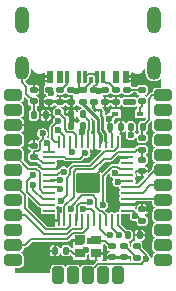
<source format=gbr>
%TF.GenerationSoftware,KiCad,Pcbnew,7.0.2*%
%TF.CreationDate,2023-07-26T16:03:34+02:00*%
%TF.ProjectId,epi,6570692e-6b69-4636-9164-5f7063625858,1_2_0*%
%TF.SameCoordinates,Original*%
%TF.FileFunction,Copper,L1,Top*%
%TF.FilePolarity,Positive*%
%FSLAX46Y46*%
G04 Gerber Fmt 4.6, Leading zero omitted, Abs format (unit mm)*
G04 Created by KiCad (PCBNEW 7.0.2) date 2023-07-26 16:03:34*
%MOMM*%
%LPD*%
G01*
G04 APERTURE LIST*
G04 Aperture macros list*
%AMRoundRect*
0 Rectangle with rounded corners*
0 $1 Rounding radius*
0 $2 $3 $4 $5 $6 $7 $8 $9 X,Y pos of 4 corners*
0 Add a 4 corners polygon primitive as box body*
4,1,4,$2,$3,$4,$5,$6,$7,$8,$9,$2,$3,0*
0 Add four circle primitives for the rounded corners*
1,1,$1+$1,$2,$3*
1,1,$1+$1,$4,$5*
1,1,$1+$1,$6,$7*
1,1,$1+$1,$8,$9*
0 Add four rect primitives between the rounded corners*
20,1,$1+$1,$2,$3,$4,$5,0*
20,1,$1+$1,$4,$5,$6,$7,0*
20,1,$1+$1,$6,$7,$8,$9,0*
20,1,$1+$1,$8,$9,$2,$3,0*%
%AMOutline5P*
0 Free polygon, 5 corners , with rotation*
0 The origin of the aperture is its center*
0 number of corners: always 5*
0 $1 to $10 corner X, Y*
0 $11 Rotation angle, in degrees counterclockwise*
0 create outline with 5 corners*
4,1,5,$1,$2,$3,$4,$5,$6,$7,$8,$9,$10,$1,$2,$11*%
%AMOutline6P*
0 Free polygon, 6 corners , with rotation*
0 The origin of the aperture is its center*
0 number of corners: always 6*
0 $1 to $12 corner X, Y*
0 $13 Rotation angle, in degrees counterclockwise*
0 create outline with 6 corners*
4,1,6,$1,$2,$3,$4,$5,$6,$7,$8,$9,$10,$11,$12,$1,$2,$13*%
%AMOutline7P*
0 Free polygon, 7 corners , with rotation*
0 The origin of the aperture is its center*
0 number of corners: always 7*
0 $1 to $14 corner X, Y*
0 $15 Rotation angle, in degrees counterclockwise*
0 create outline with 7 corners*
4,1,7,$1,$2,$3,$4,$5,$6,$7,$8,$9,$10,$11,$12,$13,$14,$1,$2,$15*%
%AMOutline8P*
0 Free polygon, 8 corners , with rotation*
0 The origin of the aperture is its center*
0 number of corners: always 8*
0 $1 to $16 corner X, Y*
0 $17 Rotation angle, in degrees counterclockwise*
0 create outline with 8 corners*
4,1,8,$1,$2,$3,$4,$5,$6,$7,$8,$9,$10,$11,$12,$13,$14,$15,$16,$1,$2,$17*%
G04 Aperture macros list end*
%TA.AperFunction,SMDPad,CuDef*%
%ADD10RoundRect,0.140000X-0.140000X-0.170000X0.140000X-0.170000X0.140000X0.170000X-0.140000X0.170000X0*%
%TD*%
%TA.AperFunction,SMDPad,CuDef*%
%ADD11RoundRect,0.140000X-0.170000X0.140000X-0.170000X-0.140000X0.170000X-0.140000X0.170000X0.140000X0*%
%TD*%
%TA.AperFunction,SMDPad,CuDef*%
%ADD12RoundRect,0.135000X-0.185000X0.135000X-0.185000X-0.135000X0.185000X-0.135000X0.185000X0.135000X0*%
%TD*%
%TA.AperFunction,SMDPad,CuDef*%
%ADD13R,0.900000X0.800000*%
%TD*%
%TA.AperFunction,SMDPad,CuDef*%
%ADD14Outline5P,-0.450000X0.400000X0.450000X0.400000X0.450000X-0.160000X0.210000X-0.400000X-0.450000X-0.400000X0.000000*%
%TD*%
%TA.AperFunction,SMDPad,CuDef*%
%ADD15RoundRect,0.140000X0.170000X-0.140000X0.170000X0.140000X-0.170000X0.140000X-0.170000X-0.140000X0*%
%TD*%
%TA.AperFunction,SMDPad,CuDef*%
%ADD16RoundRect,0.135000X0.185000X-0.135000X0.185000X0.135000X-0.185000X0.135000X-0.185000X-0.135000X0*%
%TD*%
%TA.AperFunction,SMDPad,CuDef*%
%ADD17RoundRect,0.135000X-0.135000X-0.185000X0.135000X-0.185000X0.135000X0.185000X-0.135000X0.185000X0*%
%TD*%
%TA.AperFunction,SMDPad,CuDef*%
%ADD18RoundRect,0.062500X-0.062500X0.475000X-0.062500X-0.475000X0.062500X-0.475000X0.062500X0.475000X0*%
%TD*%
%TA.AperFunction,SMDPad,CuDef*%
%ADD19RoundRect,0.062500X-0.475000X0.062500X-0.475000X-0.062500X0.475000X-0.062500X0.475000X0.062500X0*%
%TD*%
%TA.AperFunction,SMDPad,CuDef*%
%ADD20RoundRect,0.175000X-0.825000X0.700000X-0.825000X-0.700000X0.825000X-0.700000X0.825000X0.700000X0*%
%TD*%
%TA.AperFunction,SMDPad,CuDef*%
%ADD21RoundRect,0.147500X0.172500X-0.147500X0.172500X0.147500X-0.172500X0.147500X-0.172500X-0.147500X0*%
%TD*%
%TA.AperFunction,SMDPad,CuDef*%
%ADD22RoundRect,0.135000X0.135000X0.185000X-0.135000X0.185000X-0.135000X-0.185000X0.135000X-0.185000X0*%
%TD*%
%TA.AperFunction,CastellatedPad*%
%ADD23RoundRect,0.250000X-0.500000X-0.250000X0.500000X-0.250000X0.500000X0.250000X-0.500000X0.250000X0*%
%TD*%
%TA.AperFunction,CastellatedPad*%
%ADD24RoundRect,0.250000X-0.250000X0.500000X-0.250000X-0.500000X0.250000X-0.500000X0.250000X0.500000X0*%
%TD*%
%TA.AperFunction,SMDPad,CuDef*%
%ADD25RoundRect,0.140000X0.140000X0.170000X-0.140000X0.170000X-0.140000X-0.170000X0.140000X-0.170000X0*%
%TD*%
%TA.AperFunction,SMDPad,CuDef*%
%ADD26R,0.615500X1.000000*%
%TD*%
%TA.AperFunction,SMDPad,CuDef*%
%ADD27R,0.307750X1.000000*%
%TD*%
%TA.AperFunction,SMDPad,CuDef*%
%ADD28R,0.307750X0.500000*%
%TD*%
%TA.AperFunction,SMDPad,CuDef*%
%ADD29R,0.307750X1.000860*%
%TD*%
%TA.AperFunction,SMDPad,CuDef*%
%ADD30R,0.607750X0.300000*%
%TD*%
%TA.AperFunction,ComponentPad*%
%ADD31O,1.200000X2.000000*%
%TD*%
%TA.AperFunction,ComponentPad*%
%ADD32O,1.200000X2.300000*%
%TD*%
%TA.AperFunction,SMDPad,CuDef*%
%ADD33RoundRect,0.147500X-0.172500X0.147500X-0.172500X-0.147500X0.172500X-0.147500X0.172500X0.147500X0*%
%TD*%
%TA.AperFunction,SMDPad,CuDef*%
%ADD34R,0.600000X0.450000*%
%TD*%
%TA.AperFunction,ViaPad*%
%ADD35C,0.600000*%
%TD*%
%TA.AperFunction,Conductor*%
%ADD36C,0.200000*%
%TD*%
%TA.AperFunction,Conductor*%
%ADD37C,0.150000*%
%TD*%
%TA.AperFunction,Conductor*%
%ADD38C,0.240000*%
%TD*%
G04 APERTURE END LIST*
D10*
%TO.P,C8,1*%
%TO.N,GND*%
X102864422Y-60550000D03*
%TO.P,C8,2*%
%TO.N,Net-(U1-UCAP)*%
X103824422Y-60550000D03*
%TD*%
D11*
%TO.P,C9,1*%
%TO.N,GND*%
X99673220Y-63180000D03*
%TO.P,C9,2*%
%TO.N,+5V*%
X99673220Y-64140000D03*
%TD*%
D12*
%TO.P,RV1,1*%
%TO.N,Net-(J4-D--PadA7)*%
X105683220Y-58440000D03*
%TO.P,RV1,2*%
%TO.N,GND*%
X105683220Y-59460000D03*
%TD*%
D13*
%TO.P,Y1,1,1*%
%TO.N,Net-(U1-XTAL2)*%
X103563220Y-72320000D03*
%TO.P,Y1,2,2*%
%TO.N,GND*%
X104963220Y-72320000D03*
%TO.P,Y1,3,3*%
%TO.N,Net-(U1-XTAL1)*%
X104963220Y-71220000D03*
D14*
%TO.P,Y1,4,4*%
%TO.N,GND*%
X103563220Y-71220000D03*
%TD*%
D15*
%TO.P,C1,1*%
%TO.N,Net-(J4-SHIELD)*%
X99673220Y-59430000D03*
%TO.P,C1,2*%
%TO.N,GND*%
X99673220Y-58470000D03*
%TD*%
D16*
%TO.P,R4,1*%
%TO.N,GND*%
X101923220Y-59460000D03*
%TO.P,R4,2*%
%TO.N,Net-(J4-CC2)*%
X101923220Y-58440000D03*
%TD*%
D17*
%TO.P,R3,1*%
%TO.N,Net-(J4-SHIELD)*%
X99673220Y-60600000D03*
%TO.P,R3,2*%
%TO.N,GND*%
X100693220Y-60600000D03*
%TD*%
D18*
%TO.P,U1,1,PE6*%
%TO.N,D7*%
X106773220Y-62849000D03*
%TO.P,U1,2,UVCC*%
%TO.N,+5V*%
X106273220Y-62849000D03*
%TO.P,U1,3,D-*%
%TO.N,D-*%
X105773220Y-62849000D03*
%TO.P,U1,4,D+*%
%TO.N,D+*%
X105273220Y-62849000D03*
%TO.P,U1,5,UGND*%
%TO.N,GND*%
X104773220Y-62849000D03*
%TO.P,U1,6,UCAP*%
%TO.N,Net-(U1-UCAP)*%
X104273220Y-62849000D03*
%TO.P,U1,7,VBUS*%
%TO.N,+5V*%
X103773220Y-62849000D03*
%TO.P,U1,8,PB0*%
%TO.N,D17{slash}SS*%
X103273220Y-62849000D03*
%TO.P,U1,9,PB1*%
%TO.N,D15{slash}SCK*%
X102773220Y-62849000D03*
%TO.P,U1,10,PB2*%
%TO.N,D16{slash}MOSI*%
X102273220Y-62849000D03*
%TO.P,U1,11,PB3*%
%TO.N,D14{slash}MISO*%
X101773220Y-62849000D03*
D19*
%TO.P,U1,12,PB7*%
%TO.N,D11*%
X100935720Y-63686500D03*
%TO.P,U1,13,~{RESET}*%
%TO.N,RST*%
X100935720Y-64186500D03*
%TO.P,U1,14,VCC*%
%TO.N,+5V*%
X100935720Y-64686500D03*
%TO.P,U1,15,GND*%
%TO.N,GND*%
X100935720Y-65186500D03*
%TO.P,U1,16,XTAL2*%
%TO.N,Net-(U1-XTAL2)*%
X100935720Y-65686500D03*
%TO.P,U1,17,XTAL1*%
%TO.N,Net-(U1-XTAL1)*%
X100935720Y-66186500D03*
%TO.P,U1,18,PD0*%
%TO.N,D3{slash}SCL*%
X100935720Y-66686500D03*
%TO.P,U1,19,PD1*%
%TO.N,D2{slash}SDA*%
X100935720Y-67186500D03*
%TO.P,U1,20,PD2*%
%TO.N,D0{slash}RX*%
X100935720Y-67686500D03*
%TO.P,U1,21,PD3*%
%TO.N,D1{slash}TX*%
X100935720Y-68186500D03*
%TO.P,U1,22,PD5*%
%TO.N,unconnected-(U1-PD5-Pad22)*%
X100935720Y-68686500D03*
D18*
%TO.P,U1,23,GND*%
%TO.N,GND*%
X101773220Y-69524000D03*
%TO.P,U1,24,AVCC*%
%TO.N,Net-(C2-Pad2)*%
X102273220Y-69524000D03*
%TO.P,U1,25,PD4*%
%TO.N,D4*%
X102773220Y-69524000D03*
%TO.P,U1,26,PD6*%
%TO.N,D12*%
X103273220Y-69524000D03*
%TO.P,U1,27,PD7*%
%TO.N,D6*%
X103773220Y-69524000D03*
%TO.P,U1,28,PB4*%
%TO.N,D8*%
X104273220Y-69524000D03*
%TO.P,U1,29,PB5*%
%TO.N,D9*%
X104773220Y-69524000D03*
%TO.P,U1,30,PB6*%
%TO.N,D10*%
X105273220Y-69524000D03*
%TO.P,U1,31,PC6*%
%TO.N,D5*%
X105773220Y-69524000D03*
%TO.P,U1,32,PC7*%
%TO.N,D13*%
X106273220Y-69524000D03*
%TO.P,U1,33,~{HWB}/PE2*%
%TO.N,Net-(U1-~{HWB}{slash}PE2)*%
X106773220Y-69524000D03*
D19*
%TO.P,U1,34,VCC*%
%TO.N,+5V*%
X107610720Y-68686500D03*
%TO.P,U1,35,GND*%
%TO.N,GND*%
X107610720Y-68186500D03*
%TO.P,U1,36,PF7*%
%TO.N,A0*%
X107610720Y-67686500D03*
%TO.P,U1,37,PF6*%
%TO.N,A1*%
X107610720Y-67186500D03*
%TO.P,U1,38,PF5*%
%TO.N,A2*%
X107610720Y-66686500D03*
%TO.P,U1,39,PF4*%
%TO.N,A3*%
X107610720Y-66186500D03*
%TO.P,U1,40,PF1*%
%TO.N,A4*%
X107610720Y-65686500D03*
%TO.P,U1,41,PF0*%
%TO.N,A5*%
X107610720Y-65186500D03*
%TO.P,U1,42,AREF*%
%TO.N,unconnected-(U1-AREF-Pad42)*%
X107610720Y-64686500D03*
%TO.P,U1,43,GND*%
%TO.N,GND*%
X107610720Y-64186500D03*
%TO.P,U1,44,AVCC*%
%TO.N,Net-(C2-Pad2)*%
X107610720Y-63686500D03*
D20*
%TO.P,U1,45,GND*%
%TO.N,GND*%
X104273220Y-66311500D03*
%TD*%
D21*
%TO.P,D1,1,K*%
%TO.N,GND*%
X107323220Y-72655000D03*
%TO.P,D1,2,A*%
%TO.N,Net-(D1-A)*%
X107323220Y-71685000D03*
%TD*%
D12*
%TO.P,R2,1*%
%TO.N,Net-(J4-D--PadA7)*%
X104743220Y-58440000D03*
%TO.P,R2,2*%
%TO.N,D-*%
X104743220Y-59460000D03*
%TD*%
D22*
%TO.P,R6,1*%
%TO.N,+5V*%
X108923220Y-61590000D03*
%TO.P,R6,2*%
%TO.N,RST*%
X107903220Y-61590000D03*
%TD*%
D17*
%TO.P,R7,1*%
%TO.N,Net-(U1-~{HWB}{slash}PE2)*%
X107623220Y-70770000D03*
%TO.P,R7,2*%
%TO.N,GND*%
X108643220Y-70770000D03*
%TD*%
D16*
%TO.P,RV3,1*%
%TO.N,GND*%
X100983220Y-59460000D03*
%TO.P,RV3,2*%
%TO.N,Net-(FB1-Pad1)*%
X100983220Y-58440000D03*
%TD*%
D12*
%TO.P,R1,1*%
%TO.N,Net-(J4-D+-PadA6)*%
X103803220Y-58440000D03*
%TO.P,R1,2*%
%TO.N,D+*%
X103803220Y-59460000D03*
%TD*%
%TO.P,RV2,1*%
%TO.N,Net-(J4-D+-PadA6)*%
X102863220Y-58440000D03*
%TO.P,RV2,2*%
%TO.N,GND*%
X102863220Y-59460000D03*
%TD*%
D10*
%TO.P,C6,1*%
%TO.N,GND*%
X101453220Y-72100000D03*
%TO.P,C6,2*%
%TO.N,Net-(U1-XTAL2)*%
X102413220Y-72100000D03*
%TD*%
D23*
%TO.P,J1,1,Pin_1*%
%TO.N,D1{slash}TX*%
X97923220Y-58920000D03*
%TO.P,J1,2,Pin_2*%
%TO.N,D0{slash}RX*%
X97923220Y-60190000D03*
%TO.P,J1,3,Pin_3*%
%TO.N,GND*%
X97923220Y-61460000D03*
%TO.P,J1,4,Pin_4*%
X97923220Y-62730000D03*
%TO.P,J1,5,Pin_5*%
%TO.N,D2{slash}SDA*%
X97923220Y-64000000D03*
%TO.P,J1,6,Pin_6*%
%TO.N,D3{slash}SCL*%
X97923220Y-65270000D03*
%TO.P,J1,7,Pin_7*%
%TO.N,D4*%
X97923220Y-66540000D03*
%TO.P,J1,8,Pin_8*%
%TO.N,D5*%
X97923220Y-67810000D03*
%TO.P,J1,9,Pin_9*%
%TO.N,D6*%
X97923220Y-69080000D03*
%TO.P,J1,10,Pin_10*%
%TO.N,D7*%
X97923220Y-70350000D03*
%TO.P,J1,11,Pin_11*%
%TO.N,D8*%
X97923220Y-71620000D03*
%TO.P,J1,12,Pin_12*%
%TO.N,D9*%
X97923220Y-72890000D03*
%TD*%
D24*
%TO.P,J3,1,Pin_1*%
%TO.N,D11*%
X106813220Y-74160000D03*
%TO.P,J3,2,Pin_2*%
%TO.N,D12*%
X105543220Y-74160000D03*
%TO.P,J3,3,Pin_3*%
%TO.N,D13*%
X104273220Y-74160000D03*
%TO.P,J3,4,Pin_4*%
%TO.N,D17{slash}SS*%
X103003220Y-74160000D03*
%TO.P,J3,5,Pin_5*%
%TO.N,A5*%
X101733220Y-74160000D03*
%TD*%
D25*
%TO.P,C4,1*%
%TO.N,+5V*%
X103824422Y-61500000D03*
%TO.P,C4,2*%
%TO.N,GND*%
X102864422Y-61500000D03*
%TD*%
D15*
%TO.P,C2,1*%
%TO.N,GND*%
X108853220Y-65340000D03*
%TO.P,C2,2*%
%TO.N,Net-(C2-Pad2)*%
X108853220Y-64380000D03*
%TD*%
D12*
%TO.P,R9,1*%
%TO.N,+5V*%
X108863220Y-62510000D03*
%TO.P,R9,2*%
%TO.N,Net-(C2-Pad2)*%
X108863220Y-63530000D03*
%TD*%
%TO.P,R8,1*%
%TO.N,D13*%
X108403220Y-71660000D03*
%TO.P,R8,2*%
%TO.N,Net-(D1-A)*%
X108403220Y-72680000D03*
%TD*%
D16*
%TO.P,FB1,1*%
%TO.N,Net-(FB1-Pad1)*%
X107563220Y-59460000D03*
%TO.P,FB1,2*%
%TO.N,Net-(F1-Pad1)*%
X107563220Y-58440000D03*
%TD*%
D26*
%TO.P,J4,A1,GND*%
%TO.N,GND*%
X107473220Y-57341500D03*
X101073220Y-57341500D03*
%TO.P,J4,A4,VBUS*%
%TO.N,Net-(FB1-Pad1)*%
X106673220Y-57341500D03*
D27*
%TO.P,J4,A5,CC1*%
%TO.N,Net-(J4-CC1)*%
X105524143Y-57341500D03*
D28*
%TO.P,J4,A6,D+*%
%TO.N,Net-(J4-D+-PadA6)*%
X104523190Y-57591500D03*
D29*
%TO.P,J4,A7,D-*%
%TO.N,Net-(J4-D--PadA7)*%
X104024389Y-57341930D03*
D26*
%TO.P,J4,A9,VBUS*%
%TO.N,Net-(FB1-Pad1)*%
X101873220Y-57341500D03*
D27*
%TO.P,J4,B5,CC2*%
%TO.N,Net-(J4-CC2)*%
X102521031Y-57341500D03*
%TO.P,J4,B6,D+*%
%TO.N,Net-(J4-D+-PadA6)*%
X103523912Y-57342360D03*
%TO.P,J4,B7,D-*%
%TO.N,Net-(J4-D--PadA7)*%
X105023667Y-57341500D03*
D30*
%TO.P,J4,B12,GND*%
%TO.N,GND*%
X107473220Y-57741500D03*
X101073220Y-57741500D03*
D31*
%TO.P,J4,S1,SHIELD*%
%TO.N,Net-(J4-SHIELD)*%
X109873220Y-56591500D03*
D32*
X109873220Y-52591500D03*
D31*
X98673220Y-56591500D03*
D32*
X98673220Y-52591500D03*
%TD*%
D11*
%TO.P,C3,1*%
%TO.N,GND*%
X108853220Y-68570000D03*
%TO.P,C3,2*%
%TO.N,+5V*%
X108853220Y-69530000D03*
%TD*%
D15*
%TO.P,C5,1*%
%TO.N,GND*%
X106323220Y-72650000D03*
%TO.P,C5,2*%
%TO.N,Net-(U1-XTAL1)*%
X106323220Y-71690000D03*
%TD*%
D10*
%TO.P,C10,1*%
%TO.N,+5V*%
X106093220Y-61600000D03*
%TO.P,C10,2*%
%TO.N,GND*%
X107053220Y-61600000D03*
%TD*%
D12*
%TO.P,R5,1*%
%TO.N,Net-(J4-CC1)*%
X106623220Y-58440000D03*
%TO.P,R5,2*%
%TO.N,GND*%
X106623220Y-59460000D03*
%TD*%
D33*
%TO.P,F1,1*%
%TO.N,Net-(F1-Pad1)*%
X108858220Y-58465000D03*
%TO.P,F1,2*%
%TO.N,Net-(D2-A)*%
X108858220Y-59435000D03*
%TD*%
D34*
%TO.P,D2,1,K*%
%TO.N,+5V*%
X106593220Y-60477500D03*
%TO.P,D2,2,A*%
%TO.N,Net-(D2-A)*%
X108693220Y-60477500D03*
%TD*%
D23*
%TO.P,J2,1,Pin_1*%
%TO.N,+5V*%
X110623220Y-58920000D03*
%TO.P,J2,2,Pin_2*%
%TO.N,GND*%
X110623220Y-60190000D03*
%TO.P,J2,3,Pin_3*%
%TO.N,RST*%
X110623220Y-61460000D03*
%TO.P,J2,4,Pin_4*%
%TO.N,A4*%
X110623220Y-62730000D03*
%TO.P,J2,5,Pin_5*%
%TO.N,A3*%
X110623220Y-64000000D03*
%TO.P,J2,6,Pin_6*%
%TO.N,A2*%
X110623220Y-65270000D03*
%TO.P,J2,7,Pin_7*%
%TO.N,A1*%
X110623220Y-66540000D03*
%TO.P,J2,8,Pin_8*%
%TO.N,A0*%
X110623220Y-67810000D03*
%TO.P,J2,9,Pin_9*%
%TO.N,D15{slash}SCK*%
X110623220Y-69080000D03*
%TO.P,J2,10,Pin_10*%
%TO.N,D14{slash}MISO*%
X110623220Y-70350000D03*
%TO.P,J2,11,Pin_11*%
%TO.N,D16{slash}MOSI*%
X110623220Y-71620000D03*
%TO.P,J2,12,Pin_12*%
%TO.N,D10*%
X110623220Y-72890000D03*
%TD*%
D35*
%TO.N,+5V*%
X108249098Y-69134122D03*
X106062720Y-60900000D03*
X103723720Y-62023055D03*
X100423220Y-62160000D03*
%TO.N,GND*%
X107593220Y-60500000D03*
X102874422Y-61020000D03*
X108333220Y-57700000D03*
X109422512Y-68554867D03*
X100833220Y-72860000D03*
X102623220Y-72860000D03*
X103623220Y-66860000D03*
X101112342Y-69620878D03*
%TO.N,Net-(U1-XTAL1)*%
X104462720Y-71275203D03*
X101933220Y-66100000D03*
%TO.N,RST*%
X104033220Y-63819920D03*
X107903220Y-62260000D03*
%TO.N,D1{slash}TX*%
X99648720Y-65660000D03*
%TO.N,D0{slash}RX*%
X99648720Y-66532544D03*
%TO.N,A4*%
X106533220Y-65500000D03*
%TO.N,Net-(U1-XTAL2)*%
X102208720Y-65402542D03*
X104063718Y-72000000D03*
%TO.N,D17{slash}SS*%
X101765572Y-60363083D03*
%TO.N,Net-(J4-D+-PadA6)*%
X103333220Y-58600000D03*
%TO.N,D7*%
X101941860Y-67908641D03*
%TO.N,D15{slash}SCK*%
X102941848Y-63766872D03*
%TO.N,D16{slash}MOSI*%
X101754098Y-61862000D03*
%TO.N,D14{slash}MISO*%
X101754098Y-61112497D03*
%TO.N,D3{slash}SCL*%
X101933220Y-66850500D03*
%TO.N,Net-(J4-D--PadA7)*%
X105223220Y-58600000D03*
%TO.N,D9*%
X103847220Y-68537000D03*
%TO.N,D5*%
X102797720Y-68537000D03*
%TO.N,D10*%
X106123822Y-70782529D03*
%TO.N,A3*%
X106786311Y-66249757D03*
%TO.N,A5*%
X105533220Y-68224500D03*
%TO.N,D11*%
X100833220Y-63000000D03*
%TO.N,D12*%
X104433220Y-67936000D03*
%TO.N,D13*%
X106873031Y-70761567D03*
X109172720Y-72800000D03*
%TO.N,Net-(FB1-Pad1)*%
X108088720Y-59500000D03*
X106673220Y-57400000D03*
X101873220Y-57400000D03*
X101177662Y-58740576D03*
%TD*%
D36*
%TO.N,+5V*%
X106273220Y-62140000D02*
X106273220Y-62849000D01*
D37*
X99728220Y-63685000D02*
X99994408Y-63685000D01*
D36*
X108873220Y-69530000D02*
X108043220Y-68700000D01*
X100449720Y-64686500D02*
X100935720Y-64686500D01*
X99673220Y-64140000D02*
X99903220Y-64140000D01*
X103723720Y-62023055D02*
X103773220Y-62072555D01*
D37*
X108863220Y-62430000D02*
X108863220Y-61570000D01*
X100423220Y-62660000D02*
X100423220Y-62160000D01*
D36*
X106062720Y-60900000D02*
X106102720Y-60940000D01*
X108043220Y-68700000D02*
X107624220Y-68700000D01*
D37*
X99673220Y-63740000D02*
X99728220Y-63685000D01*
D36*
X103723720Y-61579500D02*
X103723720Y-62023055D01*
D37*
X100208220Y-62875000D02*
X100423220Y-62660000D01*
X100208220Y-63471188D02*
X100208220Y-62875000D01*
X99673220Y-64140000D02*
X99673220Y-63740000D01*
D36*
X106062720Y-61929500D02*
X106273220Y-62140000D01*
X106062720Y-60900000D02*
X106170720Y-60900000D01*
X106170720Y-60900000D02*
X106593220Y-60477500D01*
D37*
X109688220Y-58920000D02*
X110623220Y-58920000D01*
D36*
X106102720Y-60940000D02*
X106163720Y-60940000D01*
X103773220Y-62072555D02*
X103773220Y-62849000D01*
X99903220Y-64140000D02*
X100449720Y-64686500D01*
D37*
X109403220Y-59205000D02*
X109688220Y-58920000D01*
X107624220Y-68700000D02*
X107610720Y-68686500D01*
D36*
X103803220Y-61500000D02*
X103723720Y-61579500D01*
X106062720Y-60900000D02*
X106062720Y-61929500D01*
D37*
X99994408Y-63685000D02*
X100208220Y-63471188D01*
X109403220Y-61030000D02*
X109403220Y-59205000D01*
X108863220Y-61570000D02*
X109403220Y-61030000D01*
D36*
%TO.N,GND*%
X100935720Y-65186500D02*
X100377303Y-65186500D01*
X104321720Y-66311500D02*
X105433220Y-65200000D01*
D37*
X104273220Y-66311500D02*
X104321720Y-66311500D01*
D36*
X101004719Y-57410001D02*
X101073220Y-57341500D01*
X100000803Y-64810000D02*
X99731563Y-64810000D01*
X100377303Y-65186500D02*
X100000803Y-64810000D01*
D37*
%TO.N,Net-(C2-Pad2)*%
X102273220Y-69524000D02*
X102273220Y-68319037D01*
X103294035Y-65200000D02*
X104733220Y-65200000D01*
X108468220Y-63450000D02*
X108863220Y-63450000D01*
X103048220Y-67544037D02*
X103048220Y-65445815D01*
X108231720Y-63686500D02*
X108468220Y-63450000D01*
X107610720Y-63686500D02*
X108231720Y-63686500D01*
X108853220Y-63460000D02*
X108863220Y-63450000D01*
X106181926Y-64308644D02*
X106804070Y-63686500D01*
X104733220Y-65200000D02*
X105624576Y-64308644D01*
X105624576Y-64308644D02*
X106181926Y-64308644D01*
X102273220Y-68319037D02*
X103048220Y-67544037D01*
X108853220Y-64320000D02*
X108853220Y-63460000D01*
X103048220Y-65445815D02*
X103294035Y-65200000D01*
X106804070Y-63686500D02*
X107610720Y-63686500D01*
%TO.N,Net-(U1-XTAL1)*%
X105713220Y-71250000D02*
X106133220Y-71670000D01*
X101933220Y-66100000D02*
X101022220Y-66100000D01*
X104963220Y-71250000D02*
X105713220Y-71250000D01*
X101022220Y-66100000D02*
X100935720Y-66186500D01*
%TO.N,RST*%
X107903220Y-62180000D02*
X107903220Y-61590000D01*
X103561268Y-64291872D02*
X102425092Y-64291872D01*
X102319720Y-64186500D02*
X100935720Y-64186500D01*
X102425092Y-64291872D02*
X102319720Y-64186500D01*
X104033220Y-63819920D02*
X103561268Y-64291872D01*
%TO.N,D1{slash}TX*%
X100219720Y-68186500D02*
X100935720Y-68186500D01*
X99648720Y-65660000D02*
X99123720Y-66185000D01*
X99123720Y-66185000D02*
X99123720Y-67090500D01*
X99123720Y-67090500D02*
X100219720Y-68186500D01*
%TO.N,D0{slash}RX*%
X99648720Y-66532544D02*
X99648720Y-66915500D01*
X99648720Y-66915500D02*
X100419720Y-67686500D01*
X100419720Y-67686500D02*
X100935720Y-67686500D01*
%TO.N,A4*%
X106719720Y-65686500D02*
X107610720Y-65686500D01*
X106533220Y-65500000D02*
X106719720Y-65686500D01*
%TO.N,Net-(U1-XTAL2)*%
X102208720Y-65402542D02*
X101888215Y-65402542D01*
X104063718Y-72000000D02*
X103713718Y-72350000D01*
X102823220Y-72100000D02*
X102413220Y-72100000D01*
X101888215Y-65402542D02*
X101604257Y-65686500D01*
X103713718Y-72350000D02*
X103073220Y-72350000D01*
X103073220Y-72350000D02*
X102823220Y-72100000D01*
X101604257Y-65686500D02*
X100935720Y-65686500D01*
D36*
%TO.N,Net-(U1-UCAP)*%
X104333220Y-61080000D02*
X103803220Y-60550000D01*
X104273220Y-61891543D02*
X104333220Y-61831543D01*
X104333220Y-61831543D02*
X104333220Y-61080000D01*
X104273220Y-62849000D02*
X104273220Y-61891543D01*
D37*
%TO.N,Net-(D1-A)*%
X107408220Y-71685000D02*
X107333220Y-71685000D01*
X108403220Y-72680000D02*
X107408220Y-71685000D01*
D36*
%TO.N,Net-(D2-A)*%
X108693220Y-60040000D02*
X108858220Y-59875000D01*
X108858220Y-59875000D02*
X108858220Y-59435000D01*
X108693220Y-60477500D02*
X108693220Y-60040000D01*
D37*
%TO.N,D17{slash}SS*%
X102298220Y-60895731D02*
X102298220Y-61806188D01*
X102993202Y-62035000D02*
X103273220Y-62315018D01*
X102298220Y-61806188D02*
X102527032Y-62035000D01*
X101765572Y-60363083D02*
X102298220Y-60895731D01*
X103273220Y-62315018D02*
X103273220Y-62849000D01*
X102527032Y-62035000D02*
X102993202Y-62035000D01*
%TO.N,Net-(J4-CC1)*%
X105524143Y-57590923D02*
X105524143Y-57341500D01*
X105833220Y-57900000D02*
X105524143Y-57590923D01*
X106033220Y-57900000D02*
X105833220Y-57900000D01*
X106563220Y-58430000D02*
X106033220Y-57900000D01*
%TO.N,Net-(J4-D+-PadA6)*%
X103493220Y-58440000D02*
X103803220Y-58440000D01*
X103333220Y-58600000D02*
X103754073Y-58600000D01*
X103333220Y-58600000D02*
X103493220Y-58440000D01*
X103803220Y-58440000D02*
X103523912Y-58440000D01*
X104523220Y-57591530D02*
X104523190Y-57591500D01*
X103523912Y-58440000D02*
X103523912Y-57342360D01*
X104523220Y-57830853D02*
X104523220Y-57591530D01*
X103754073Y-58600000D02*
X104523220Y-57830853D01*
D38*
%TO.N,D+*%
X105103240Y-62051364D02*
X105328220Y-62276344D01*
X105103240Y-60940020D02*
X105103240Y-62051364D01*
X105328220Y-62794000D02*
X105273220Y-62849000D01*
X105328220Y-62276344D02*
X105328220Y-62794000D01*
X103773220Y-59610000D02*
X105103240Y-60940020D01*
%TO.N,D-*%
X105375092Y-60459998D02*
X105375092Y-60459999D01*
X105375094Y-60459999D02*
X105375092Y-60459998D01*
X105718220Y-62794000D02*
X105773220Y-62849000D01*
X105718220Y-62114828D02*
X105718220Y-62794000D01*
X105375091Y-60660327D02*
X105493220Y-60778456D01*
X105299651Y-60184228D02*
X105375093Y-60259670D01*
X105493220Y-61889828D02*
X105718220Y-62114828D01*
X105099321Y-60184227D02*
X105099322Y-60184229D01*
X105493220Y-60778456D02*
X105493220Y-61889828D01*
X105375091Y-60660328D02*
X105375091Y-60660327D01*
X104723220Y-59610000D02*
X104723220Y-60008456D01*
X104723220Y-60008456D02*
X104898992Y-60184228D01*
X105299650Y-60184226D02*
X105299651Y-60184228D01*
X105375058Y-60459963D02*
G75*
G03*
X105375092Y-60259671I-100158J100163D01*
G01*
X105299664Y-60184212D02*
G75*
G03*
X105099321Y-60184227I-100164J-100188D01*
G01*
X105375128Y-60460035D02*
G75*
G03*
X105375091Y-60660328I100172J-100165D01*
G01*
X104899037Y-60184184D02*
G75*
G03*
X105099320Y-60184226I100163J100084D01*
G01*
D37*
%TO.N,D7*%
X101941860Y-67908641D02*
X102458220Y-67392281D01*
X106454806Y-63611500D02*
X106773220Y-63293086D01*
X104433220Y-64900000D02*
X105721720Y-63611500D01*
X102458220Y-65895505D02*
X102748220Y-65605505D01*
X103033220Y-64900000D02*
X104433220Y-64900000D01*
X105721720Y-63611500D02*
X106454806Y-63611500D01*
X106773220Y-63293086D02*
X106773220Y-62849000D01*
X102748220Y-65185000D02*
X103033220Y-64900000D01*
X102748220Y-65605505D02*
X102748220Y-65185000D01*
X102458220Y-67392281D02*
X102458220Y-65895505D01*
%TO.N,D15{slash}SCK*%
X102773220Y-63598244D02*
X102773220Y-62849000D01*
X102941848Y-63766872D02*
X102773220Y-63598244D01*
%TO.N,D16{slash}MOSI*%
X102273220Y-62381122D02*
X102273220Y-62849000D01*
X101754098Y-61862000D02*
X102273220Y-62381122D01*
%TO.N,D14{slash}MISO*%
X101482220Y-62849000D02*
X101773220Y-62849000D01*
X101754098Y-61112497D02*
X101229098Y-61637497D01*
X101229098Y-62595878D02*
X101482220Y-62849000D01*
X101229098Y-61637497D02*
X101229098Y-62595878D01*
%TO.N,D3{slash}SCL*%
X101933220Y-66850500D02*
X101769220Y-66686500D01*
X101769220Y-66686500D02*
X100935720Y-66686500D01*
%TO.N,D2{slash}SDA*%
X100491634Y-67186500D02*
X100935720Y-67186500D01*
X99866183Y-65135000D02*
X100173220Y-65442037D01*
X98074971Y-64000000D02*
X99209971Y-65135000D01*
X99209971Y-65135000D02*
X99866183Y-65135000D01*
X100173220Y-66868086D02*
X100491634Y-67186500D01*
X97923220Y-64000000D02*
X98074971Y-64000000D01*
X100173220Y-65442037D02*
X100173220Y-66868086D01*
%TO.N,Net-(J4-D--PadA7)*%
X105023667Y-57949553D02*
X105023667Y-57341500D01*
X104024389Y-57341930D02*
X104249819Y-57116500D01*
X104713220Y-58490000D02*
X104713220Y-58260000D01*
X104713220Y-58260000D02*
X105023667Y-57949553D01*
X104798667Y-57116500D02*
X105023667Y-57341500D01*
X104249819Y-57116500D02*
X104798667Y-57116500D01*
%TO.N,D4*%
X98923220Y-67388249D02*
X98923220Y-68490000D01*
X102773220Y-69968086D02*
X102773220Y-69524000D01*
X97923220Y-66540000D02*
X98074971Y-66540000D01*
X102454806Y-70286500D02*
X102773220Y-69968086D01*
X100719720Y-70286500D02*
X102454806Y-70286500D01*
X98074971Y-66540000D02*
X98923220Y-67388249D01*
X98923220Y-68490000D02*
X100719720Y-70286500D01*
%TO.N,D6*%
X103773220Y-70200000D02*
X103686720Y-70286500D01*
X103773220Y-69524000D02*
X103773220Y-70200000D01*
X102879070Y-70286500D02*
X102465570Y-70700000D01*
X98903220Y-69080000D02*
X97923220Y-69080000D01*
X102465570Y-70700000D02*
X100523220Y-70700000D01*
X100523220Y-70700000D02*
X98903220Y-69080000D01*
X103686720Y-70286500D02*
X102879070Y-70286500D01*
%TO.N,D8*%
X103003334Y-70586500D02*
X102489834Y-71100000D01*
X99433220Y-71100000D02*
X98913220Y-71620000D01*
X102489834Y-71100000D02*
X99433220Y-71100000D01*
X104273220Y-70175000D02*
X103861720Y-70586500D01*
X104273220Y-69524000D02*
X104273220Y-70175000D01*
X98913220Y-71620000D02*
X97923220Y-71620000D01*
X103861720Y-70586500D02*
X103003334Y-70586500D01*
%TO.N,D9*%
X103847220Y-68537000D02*
X104520220Y-68537000D01*
X104773220Y-68790000D02*
X104773220Y-69524000D01*
X104520220Y-68537000D02*
X104773220Y-68790000D01*
%TO.N,D5*%
X102797720Y-68537000D02*
X102797720Y-68411236D01*
X102797720Y-68411236D02*
X103797456Y-67411500D01*
X104958220Y-67718537D02*
X104958220Y-68410736D01*
X105454806Y-68761500D02*
X105773220Y-69079914D01*
X103797456Y-67411500D02*
X104651183Y-67411500D01*
X104651183Y-67411500D02*
X104958220Y-67718537D01*
X105308984Y-68761500D02*
X105454806Y-68761500D01*
X104958220Y-68410736D02*
X105308984Y-68761500D01*
X105773220Y-69079914D02*
X105773220Y-69524000D01*
%TO.N,D10*%
X105273220Y-70240000D02*
X105273220Y-69524000D01*
X105815749Y-70782529D02*
X105273220Y-70240000D01*
X106123822Y-70782529D02*
X105815749Y-70782529D01*
%TO.N,Net-(J4-CC2)*%
X102521031Y-57942189D02*
X102521031Y-57341500D01*
X101873220Y-58590000D02*
X102521031Y-57942189D01*
%TO.N,A0*%
X110499720Y-67686500D02*
X110623220Y-67810000D01*
X107610720Y-67686500D02*
X110499720Y-67686500D01*
%TO.N,A1*%
X108902220Y-67162000D02*
X109524220Y-66540000D01*
X109524220Y-66540000D02*
X110623220Y-66540000D01*
X107610720Y-67186500D02*
X107635220Y-67162000D01*
X107635220Y-67162000D02*
X108902220Y-67162000D01*
%TO.N,A2*%
X107610720Y-66686500D02*
X108546720Y-66686500D01*
X109963220Y-65270000D02*
X110623220Y-65270000D01*
X108546720Y-66686500D02*
X109963220Y-65270000D01*
%TO.N,A3*%
X106849568Y-66186500D02*
X107610720Y-66186500D01*
X106786311Y-66249757D02*
X106849568Y-66186500D01*
%TO.N,A5*%
X106962183Y-65186500D02*
X106737815Y-64962132D01*
X106737815Y-64962132D02*
X106328625Y-64962132D01*
X107610720Y-65186500D02*
X106962183Y-65186500D01*
X105533220Y-65757537D02*
X105533220Y-68224500D01*
X106328625Y-64962132D02*
X105533220Y-65757537D01*
D36*
%TO.N,Net-(J4-SHIELD)*%
X99673220Y-60600000D02*
X99673220Y-59430000D01*
X98673220Y-56591500D02*
X98673220Y-57818798D01*
X99054422Y-58811202D02*
X99673220Y-59430000D01*
X98673220Y-57818798D02*
X99054422Y-58200000D01*
X99054422Y-58200000D02*
X99054422Y-58811202D01*
D37*
%TO.N,Net-(U1-~{HWB}{slash}PE2)*%
X106773220Y-69524000D02*
X106773220Y-69920000D01*
X106773220Y-69920000D02*
X107623220Y-70770000D01*
%TO.N,D11*%
X100935720Y-63102500D02*
X100935720Y-63686500D01*
X100833220Y-63000000D02*
X100935720Y-63102500D01*
%TO.N,D12*%
X103322720Y-68310500D02*
X103322720Y-69474500D01*
X103621220Y-68012000D02*
X103322720Y-68310500D01*
X104433220Y-67936000D02*
X104357220Y-68012000D01*
X104357220Y-68012000D02*
X103621220Y-68012000D01*
X103322720Y-69474500D02*
X103273220Y-69524000D01*
%TO.N,D13*%
X106273220Y-70161756D02*
X106273220Y-69524000D01*
X109172720Y-72800000D02*
X109172720Y-72429500D01*
X108823220Y-73160000D02*
X108798220Y-73185000D01*
X108798220Y-73185000D02*
X105096469Y-73185000D01*
X106873031Y-70761567D02*
X106273220Y-70161756D01*
X109172720Y-72429500D02*
X108403220Y-71660000D01*
X104273220Y-74008249D02*
X104273220Y-74160000D01*
X109172720Y-72800000D02*
X108823220Y-73149500D01*
X105096469Y-73185000D02*
X104273220Y-74008249D01*
X108823220Y-73149500D02*
X108823220Y-73160000D01*
D36*
%TO.N,Net-(F1-Pad1)*%
X107563220Y-58440000D02*
X108833220Y-58440000D01*
X108833220Y-58440000D02*
X108858220Y-58465000D01*
%TD*%
%TA.AperFunction,Conductor*%
%TO.N,GND*%
G36*
X102944475Y-71054773D02*
G01*
X102963220Y-71100028D01*
X102963219Y-71119999D01*
X102963220Y-71120000D01*
X103599220Y-71120000D01*
X103644475Y-71138745D01*
X103663220Y-71184000D01*
X103663220Y-71256000D01*
X103644475Y-71301255D01*
X103599220Y-71320000D01*
X102963221Y-71320000D01*
X102963221Y-71634771D01*
X102971923Y-71678527D01*
X103008985Y-71733993D01*
X103018541Y-71782035D01*
X103008985Y-71805107D01*
X102973737Y-71857859D01*
X102933009Y-71885072D01*
X102910509Y-71885514D01*
X102896136Y-71883237D01*
X102880121Y-71878493D01*
X102862733Y-71870752D01*
X102830215Y-71838135D01*
X102797033Y-71762984D01*
X102720236Y-71686187D01*
X102620882Y-71642318D01*
X102598431Y-71639713D01*
X102598426Y-71639712D01*
X102596593Y-71639500D01*
X102594738Y-71639500D01*
X102231688Y-71639500D01*
X102231670Y-71639500D01*
X102229848Y-71639501D01*
X102228034Y-71639711D01*
X102228023Y-71639712D01*
X102205558Y-71642318D01*
X102106204Y-71686187D01*
X102029406Y-71762985D01*
X101991492Y-71848850D01*
X101956065Y-71882677D01*
X101907094Y-71881544D01*
X101874399Y-71848849D01*
X101836612Y-71763272D01*
X101759946Y-71686606D01*
X101660768Y-71642813D01*
X101638341Y-71640211D01*
X101634679Y-71640000D01*
X101553220Y-71640000D01*
X101553220Y-72560000D01*
X101634679Y-72560000D01*
X101638341Y-72559788D01*
X101660768Y-72557186D01*
X101759946Y-72513393D01*
X101836612Y-72436727D01*
X101874400Y-72351149D01*
X101909828Y-72317322D01*
X101958798Y-72318453D01*
X101991492Y-72351147D01*
X102029407Y-72437016D01*
X102106204Y-72513813D01*
X102205558Y-72557682D01*
X102229847Y-72560500D01*
X102596592Y-72560499D01*
X102620882Y-72557682D01*
X102720236Y-72513813D01*
X102773927Y-72460121D01*
X102819180Y-72441376D01*
X102864435Y-72460121D01*
X102864436Y-72460121D01*
X102908410Y-72504095D01*
X102910699Y-72506507D01*
X102930416Y-72528405D01*
X102946281Y-72546025D01*
X102962719Y-72588849D01*
X102962719Y-72734821D01*
X102971452Y-72778721D01*
X102971453Y-72778722D01*
X103004716Y-72828504D01*
X103048179Y-72857545D01*
X103054498Y-72861767D01*
X103098398Y-72870500D01*
X103098400Y-72870500D01*
X104028042Y-72870500D01*
X104057307Y-72864677D01*
X104071942Y-72861767D01*
X104121724Y-72828504D01*
X104154987Y-72778722D01*
X104163720Y-72734820D01*
X104163720Y-72488065D01*
X104182465Y-72442810D01*
X104209687Y-72426658D01*
X104252787Y-72414004D01*
X104264619Y-72406399D01*
X104312821Y-72397701D01*
X104353059Y-72425636D01*
X104363220Y-72460239D01*
X104363220Y-72734771D01*
X104371923Y-72778527D01*
X104405076Y-72828143D01*
X104454694Y-72861298D01*
X104498443Y-72869999D01*
X104863220Y-72869999D01*
X104863220Y-72284000D01*
X104881965Y-72238745D01*
X104927220Y-72220000D01*
X105563218Y-72220000D01*
X105563219Y-71905228D01*
X105554516Y-71861472D01*
X105517454Y-71806006D01*
X105507898Y-71757964D01*
X105517455Y-71734892D01*
X105521722Y-71728504D01*
X105521724Y-71728504D01*
X105554987Y-71678722D01*
X105562130Y-71642813D01*
X105563720Y-71634821D01*
X105563720Y-71573916D01*
X105582465Y-71528661D01*
X105627720Y-71509916D01*
X105672975Y-71528661D01*
X105843975Y-71699661D01*
X105862720Y-71744916D01*
X105862720Y-71871531D01*
X105862720Y-71871548D01*
X105862721Y-71873372D01*
X105862931Y-71875186D01*
X105862932Y-71875196D01*
X105863712Y-71881919D01*
X105865538Y-71897662D01*
X105909407Y-71997016D01*
X105986204Y-72073813D01*
X106064405Y-72108342D01*
X106072069Y-72111726D01*
X106105896Y-72147154D01*
X106104765Y-72196124D01*
X106072070Y-72228819D01*
X105986493Y-72266606D01*
X105909826Y-72343273D01*
X105866033Y-72442451D01*
X105863431Y-72464878D01*
X105863220Y-72468540D01*
X105863220Y-72550000D01*
X106801259Y-72550000D01*
X106815720Y-72544010D01*
X106842253Y-72555000D01*
X107793219Y-72555000D01*
X107793219Y-72543414D01*
X107811964Y-72498159D01*
X107857219Y-72479414D01*
X107902474Y-72498159D01*
X107913975Y-72509660D01*
X107932720Y-72554915D01*
X107932720Y-72855781D01*
X107932720Y-72855798D01*
X107932721Y-72857622D01*
X107932931Y-72859434D01*
X107932932Y-72859448D01*
X107936259Y-72888127D01*
X107922852Y-72935240D01*
X107880058Y-72959074D01*
X107872685Y-72959500D01*
X107849828Y-72959500D01*
X107804573Y-72940755D01*
X107785828Y-72895500D01*
X107789728Y-72877008D01*
X107793006Y-72848755D01*
X107793220Y-72845062D01*
X107793220Y-72755000D01*
X106835180Y-72755000D01*
X106820715Y-72760990D01*
X106794185Y-72750000D01*
X105863220Y-72750000D01*
X105863220Y-72831459D01*
X105863431Y-72835121D01*
X105866032Y-72857545D01*
X105871377Y-72869648D01*
X105872508Y-72918619D01*
X105838682Y-72954047D01*
X105812830Y-72959500D01*
X105535755Y-72959500D01*
X105490500Y-72940755D01*
X105471755Y-72895500D01*
X105490500Y-72850245D01*
X105500198Y-72842286D01*
X105521363Y-72828143D01*
X105554517Y-72778526D01*
X105563220Y-72734776D01*
X105563220Y-72420000D01*
X105063220Y-72420000D01*
X105063220Y-72881122D01*
X105074100Y-72907389D01*
X105055355Y-72952644D01*
X105023409Y-72969990D01*
X105002699Y-72974392D01*
X104994752Y-72980166D01*
X104980081Y-72988132D01*
X104970909Y-72991653D01*
X104953123Y-73009439D01*
X104945489Y-73015959D01*
X104925147Y-73030738D01*
X104920236Y-73039244D01*
X104910067Y-73052495D01*
X104705840Y-73256722D01*
X104660585Y-73275467D01*
X104650573Y-73274679D01*
X104648525Y-73274354D01*
X104648524Y-73274354D01*
X104554739Y-73259500D01*
X103991700Y-73259500D01*
X103897916Y-73274353D01*
X103784879Y-73331949D01*
X103784878Y-73331949D01*
X103784878Y-73331950D01*
X103695170Y-73421658D01*
X103695169Y-73421659D01*
X103688003Y-73428826D01*
X103687394Y-73428217D01*
X103657992Y-73453325D01*
X103609160Y-73449478D01*
X103588473Y-73428790D01*
X103588438Y-73428826D01*
X103541474Y-73381862D01*
X103491562Y-73331950D01*
X103378524Y-73274354D01*
X103284739Y-73259500D01*
X102721700Y-73259500D01*
X102627916Y-73274353D01*
X102514879Y-73331949D01*
X102514878Y-73331949D01*
X102514878Y-73331950D01*
X102425170Y-73421658D01*
X102425169Y-73421659D01*
X102418003Y-73428826D01*
X102417394Y-73428217D01*
X102387989Y-73453327D01*
X102339157Y-73449478D01*
X102318472Y-73428790D01*
X102318437Y-73428826D01*
X102311271Y-73421660D01*
X102311270Y-73421658D01*
X102221562Y-73331950D01*
X102108524Y-73274354D01*
X102014739Y-73259500D01*
X101451700Y-73259500D01*
X101357916Y-73274353D01*
X101244879Y-73331949D01*
X101155169Y-73421659D01*
X101097574Y-73534695D01*
X101082720Y-73628480D01*
X101082720Y-73945500D01*
X101063975Y-73990755D01*
X101018720Y-74009500D01*
X98137720Y-74009500D01*
X98092465Y-73990755D01*
X98073720Y-73945500D01*
X98073720Y-73604499D01*
X98092465Y-73559244D01*
X98137720Y-73540499D01*
X98454739Y-73540499D01*
X98501630Y-73533072D01*
X98548524Y-73525646D01*
X98661562Y-73468050D01*
X98751270Y-73378342D01*
X98808866Y-73265304D01*
X98823720Y-73171519D01*
X98823719Y-72608482D01*
X98813508Y-72544010D01*
X98808866Y-72514696D01*
X98783482Y-72464878D01*
X98751270Y-72401658D01*
X98661562Y-72311950D01*
X98661561Y-72311949D01*
X98654394Y-72304782D01*
X98655002Y-72304173D01*
X98629897Y-72274778D01*
X98633739Y-72225945D01*
X98654430Y-72205254D01*
X98654394Y-72205218D01*
X98659612Y-72200000D01*
X101023220Y-72200000D01*
X101023220Y-72311459D01*
X101023431Y-72315121D01*
X101026033Y-72337548D01*
X101069826Y-72436726D01*
X101146493Y-72513393D01*
X101245671Y-72557186D01*
X101268098Y-72559788D01*
X101271761Y-72560000D01*
X101353220Y-72560000D01*
X101353220Y-72200000D01*
X101023220Y-72200000D01*
X98659612Y-72200000D01*
X98669858Y-72189754D01*
X98751270Y-72108342D01*
X98806473Y-72000000D01*
X101023220Y-72000000D01*
X101353220Y-72000000D01*
X101353220Y-71640000D01*
X101271761Y-71640000D01*
X101268098Y-71640211D01*
X101245671Y-71642813D01*
X101146493Y-71686606D01*
X101069826Y-71763273D01*
X101026033Y-71862451D01*
X101023431Y-71884878D01*
X101023220Y-71888540D01*
X101023220Y-72000000D01*
X98806473Y-72000000D01*
X98808866Y-71995304D01*
X98823140Y-71905180D01*
X98824042Y-71899488D01*
X98849636Y-71857723D01*
X98887254Y-71845500D01*
X98905635Y-71845500D01*
X98908983Y-71845587D01*
X98949284Y-71847700D01*
X98972768Y-71838684D01*
X98982383Y-71835836D01*
X99006988Y-71830607D01*
X99014936Y-71824831D01*
X99029611Y-71816865D01*
X99038780Y-71813346D01*
X99056564Y-71795561D01*
X99064203Y-71789037D01*
X99073841Y-71782035D01*
X99084543Y-71774260D01*
X99089451Y-71765757D01*
X99099617Y-71752507D01*
X99507880Y-71344244D01*
X99553135Y-71325500D01*
X102482249Y-71325500D01*
X102485597Y-71325587D01*
X102525898Y-71327700D01*
X102549382Y-71318684D01*
X102558997Y-71315836D01*
X102583602Y-71310607D01*
X102591550Y-71304831D01*
X102606225Y-71296865D01*
X102615394Y-71293346D01*
X102633178Y-71275561D01*
X102640817Y-71269037D01*
X102661157Y-71254260D01*
X102666065Y-71245757D01*
X102676231Y-71232507D01*
X102853966Y-71054772D01*
X102899220Y-71036028D01*
X102944475Y-71054773D01*
G37*
%TD.AperFunction*%
%TA.AperFunction,Conductor*%
G36*
X106085772Y-65614399D02*
G01*
X106098733Y-65633067D01*
X106150337Y-65746062D01*
X106224894Y-65832107D01*
X106235171Y-65843967D01*
X106344151Y-65914004D01*
X106361670Y-65919147D01*
X106399809Y-65949883D01*
X106405046Y-65998586D01*
X106401854Y-66007142D01*
X106349614Y-66121529D01*
X106338754Y-66197065D01*
X106331178Y-66249757D01*
X106332724Y-66260512D01*
X106349614Y-66377984D01*
X106403428Y-66495819D01*
X106403429Y-66495820D01*
X106488262Y-66593724D01*
X106597242Y-66663761D01*
X106721539Y-66700257D01*
X106721540Y-66700257D01*
X106858720Y-66700257D01*
X106903975Y-66719002D01*
X106922720Y-66764257D01*
X106922720Y-66769981D01*
X106935077Y-66832108D01*
X106981071Y-66900944D01*
X106990627Y-66948986D01*
X106981071Y-66972056D01*
X106935077Y-67040891D01*
X106922720Y-67103018D01*
X106922720Y-67269981D01*
X106935077Y-67332108D01*
X106981071Y-67400943D01*
X106990627Y-67448985D01*
X106981071Y-67472055D01*
X106935077Y-67540891D01*
X106922720Y-67603018D01*
X106922720Y-67769981D01*
X106928484Y-67798961D01*
X106935078Y-67832109D01*
X106981373Y-67901395D01*
X106990929Y-67949435D01*
X106981373Y-67972506D01*
X106935548Y-68041087D01*
X106926515Y-68086500D01*
X108294922Y-68086500D01*
X108285890Y-68041086D01*
X108266159Y-68011557D01*
X108256603Y-67963515D01*
X108283816Y-67922786D01*
X108319373Y-67912000D01*
X109658721Y-67912000D01*
X109703976Y-67930745D01*
X109722721Y-67976000D01*
X109722721Y-68091518D01*
X109737573Y-68185303D01*
X109737574Y-68185304D01*
X109795170Y-68298342D01*
X109884878Y-68388050D01*
X109884880Y-68388051D01*
X109892046Y-68395217D01*
X109891437Y-68395825D01*
X109916545Y-68425225D01*
X109912700Y-68474057D01*
X109892010Y-68494747D01*
X109892046Y-68494783D01*
X109884879Y-68501949D01*
X109884878Y-68501950D01*
X109832993Y-68553835D01*
X109795169Y-68591659D01*
X109737574Y-68704695D01*
X109722720Y-68798480D01*
X109722720Y-69361519D01*
X109737573Y-69455303D01*
X109784868Y-69548124D01*
X109795170Y-69568342D01*
X109884878Y-69658050D01*
X109884880Y-69658051D01*
X109892046Y-69665217D01*
X109891437Y-69665825D01*
X109916545Y-69695225D01*
X109912700Y-69744057D01*
X109892010Y-69764747D01*
X109892046Y-69764783D01*
X109884879Y-69771949D01*
X109884878Y-69771950D01*
X109819813Y-69837015D01*
X109795169Y-69861659D01*
X109737574Y-69974695D01*
X109722720Y-70068480D01*
X109722720Y-70631519D01*
X109737573Y-70725303D01*
X109777357Y-70803382D01*
X109795170Y-70838342D01*
X109884878Y-70928050D01*
X109884880Y-70928051D01*
X109892046Y-70935217D01*
X109891437Y-70935825D01*
X109916545Y-70965225D01*
X109912700Y-71014057D01*
X109892010Y-71034747D01*
X109892046Y-71034783D01*
X109884879Y-71041949D01*
X109884878Y-71041950D01*
X109843344Y-71083484D01*
X109795169Y-71131659D01*
X109737574Y-71244695D01*
X109722720Y-71338480D01*
X109722720Y-71901519D01*
X109737573Y-71995303D01*
X109779572Y-72077730D01*
X109795170Y-72108342D01*
X109884878Y-72198050D01*
X109884880Y-72198051D01*
X109892046Y-72205217D01*
X109891437Y-72205825D01*
X109916545Y-72235225D01*
X109912700Y-72284057D01*
X109892010Y-72304747D01*
X109892046Y-72304783D01*
X109884879Y-72311949D01*
X109884878Y-72311950D01*
X109836493Y-72360335D01*
X109795169Y-72401659D01*
X109737574Y-72514695D01*
X109722720Y-72608480D01*
X109722720Y-72625670D01*
X109703975Y-72670925D01*
X109658720Y-72689670D01*
X109613465Y-72670925D01*
X109600504Y-72652257D01*
X109555602Y-72553937D01*
X109470768Y-72456032D01*
X109426914Y-72427849D01*
X109401766Y-72396944D01*
X109391409Y-72369963D01*
X109388557Y-72360335D01*
X109383327Y-72335731D01*
X109377557Y-72327790D01*
X109369583Y-72313105D01*
X109366065Y-72303940D01*
X109348281Y-72286156D01*
X109341759Y-72278519D01*
X109333104Y-72266606D01*
X109326980Y-72258177D01*
X109326979Y-72258176D01*
X109318475Y-72253266D01*
X109305222Y-72243097D01*
X108892464Y-71830339D01*
X108873719Y-71785084D01*
X108873719Y-71484218D01*
X108873719Y-71482378D01*
X108870950Y-71458502D01*
X108827836Y-71360859D01*
X108812382Y-71345405D01*
X108793638Y-71300152D01*
X108812383Y-71254897D01*
X108836636Y-71243171D01*
X108835743Y-71241147D01*
X108942074Y-71194195D01*
X109017415Y-71118854D01*
X109060456Y-71021380D01*
X109063008Y-70999379D01*
X109063220Y-70995717D01*
X109063220Y-70870000D01*
X108223220Y-70870000D01*
X108223220Y-70995717D01*
X108223431Y-70999379D01*
X108225983Y-71021380D01*
X108269024Y-71118854D01*
X108280415Y-71130245D01*
X108299160Y-71175500D01*
X108280415Y-71220755D01*
X108235161Y-71239500D01*
X108177438Y-71239500D01*
X108177420Y-71239500D01*
X108175598Y-71239501D01*
X108173784Y-71239711D01*
X108173773Y-71239712D01*
X108151721Y-71242270D01*
X108151722Y-71242270D01*
X108054079Y-71285384D01*
X107978604Y-71360859D01*
X107935490Y-71458502D01*
X107932720Y-71482377D01*
X107932720Y-71484230D01*
X107932720Y-71484231D01*
X107932720Y-71736085D01*
X107913975Y-71781340D01*
X107868720Y-71800085D01*
X107823467Y-71781342D01*
X107820358Y-71778233D01*
X107812464Y-71770339D01*
X107793719Y-71725089D01*
X107793719Y-71493010D01*
X107790829Y-71468091D01*
X107745828Y-71366172D01*
X107729410Y-71349754D01*
X107710665Y-71304499D01*
X107729410Y-71259244D01*
X107774665Y-71240499D01*
X107799002Y-71240499D01*
X107800842Y-71240499D01*
X107824718Y-71237730D01*
X107922361Y-71194616D01*
X107997836Y-71119141D01*
X108040950Y-71021498D01*
X108043720Y-70997623D01*
X108043719Y-70670000D01*
X108223220Y-70670000D01*
X108543220Y-70670000D01*
X108543220Y-70300000D01*
X108743220Y-70300000D01*
X108743220Y-70670000D01*
X109063220Y-70670000D01*
X109063220Y-70544282D01*
X109063008Y-70540620D01*
X109060456Y-70518619D01*
X109017415Y-70421145D01*
X108942074Y-70345804D01*
X108844600Y-70302763D01*
X108822599Y-70300211D01*
X108818937Y-70300000D01*
X108743220Y-70300000D01*
X108543220Y-70300000D01*
X108467503Y-70300000D01*
X108463840Y-70300211D01*
X108441839Y-70302763D01*
X108344365Y-70345804D01*
X108269024Y-70421145D01*
X108225983Y-70518619D01*
X108223431Y-70540620D01*
X108223220Y-70544282D01*
X108223220Y-70670000D01*
X108043719Y-70670000D01*
X108043719Y-70542378D01*
X108040950Y-70518502D01*
X107997836Y-70420859D01*
X107922361Y-70345384D01*
X107824718Y-70302270D01*
X107817664Y-70301451D01*
X107802681Y-70299713D01*
X107802676Y-70299712D01*
X107800843Y-70299500D01*
X107798988Y-70299500D01*
X107498135Y-70299500D01*
X107452880Y-70280755D01*
X107067465Y-69895340D01*
X107048720Y-69850085D01*
X107048720Y-69026000D01*
X107067465Y-68980745D01*
X107112720Y-68962000D01*
X107114740Y-68962000D01*
X107744852Y-68962000D01*
X107790107Y-68980745D01*
X107808852Y-69026000D01*
X107808201Y-69035108D01*
X107793965Y-69134121D01*
X107812401Y-69262349D01*
X107866215Y-69380184D01*
X107866216Y-69380185D01*
X107951049Y-69478089D01*
X108060029Y-69548126D01*
X108184326Y-69584622D01*
X108184327Y-69584622D01*
X108323072Y-69584622D01*
X108323072Y-69586887D01*
X108359386Y-69590789D01*
X108390126Y-69628926D01*
X108392720Y-69646962D01*
X108392720Y-69711531D01*
X108392720Y-69711548D01*
X108392721Y-69713372D01*
X108392931Y-69715186D01*
X108392932Y-69715196D01*
X108392934Y-69715211D01*
X108395538Y-69737662D01*
X108439407Y-69837016D01*
X108516204Y-69913813D01*
X108615558Y-69957682D01*
X108639847Y-69960500D01*
X109066592Y-69960499D01*
X109090882Y-69957682D01*
X109190236Y-69913813D01*
X109267033Y-69837016D01*
X109310902Y-69737662D01*
X109313720Y-69713373D01*
X109313719Y-69346628D01*
X109310902Y-69322338D01*
X109267033Y-69222984D01*
X109190236Y-69146187D01*
X109104369Y-69108273D01*
X109070543Y-69072845D01*
X109071674Y-69023874D01*
X109104370Y-68991179D01*
X109189947Y-68953392D01*
X109266613Y-68876726D01*
X109310406Y-68777548D01*
X109313008Y-68755121D01*
X109313220Y-68751459D01*
X109313220Y-68670000D01*
X108817220Y-68670000D01*
X108771965Y-68651255D01*
X108753220Y-68606000D01*
X108753220Y-68140000D01*
X108953220Y-68140000D01*
X108953220Y-68470000D01*
X109313220Y-68470000D01*
X109313220Y-68388540D01*
X109313008Y-68384878D01*
X109310406Y-68362451D01*
X109266613Y-68263273D01*
X109189946Y-68186606D01*
X109090768Y-68142813D01*
X109068341Y-68140211D01*
X109064679Y-68140000D01*
X108953220Y-68140000D01*
X108753220Y-68140000D01*
X108641761Y-68140000D01*
X108638098Y-68140211D01*
X108615671Y-68142813D01*
X108516493Y-68186606D01*
X108439825Y-68263274D01*
X108419190Y-68310007D01*
X108383762Y-68343834D01*
X108375081Y-68343633D01*
X108392270Y-68369357D01*
X108393394Y-68385525D01*
X108393220Y-68388544D01*
X108393220Y-68489835D01*
X108374475Y-68535090D01*
X108329220Y-68553835D01*
X108283965Y-68535090D01*
X108276006Y-68525392D01*
X108269587Y-68515785D01*
X108240066Y-68471605D01*
X108230511Y-68423563D01*
X108240067Y-68400493D01*
X108276286Y-68346287D01*
X108314094Y-68321023D01*
X108300965Y-68307273D01*
X108299662Y-68292273D01*
X108294925Y-68286500D01*
X106926518Y-68286500D01*
X106935549Y-68331914D01*
X106981372Y-68400493D01*
X106990928Y-68448535D01*
X106981372Y-68471605D01*
X106935077Y-68540891D01*
X106922720Y-68603018D01*
X106922720Y-68772000D01*
X106903975Y-68817255D01*
X106858720Y-68836000D01*
X106689738Y-68836000D01*
X106627611Y-68848357D01*
X106558775Y-68894351D01*
X106510732Y-68903907D01*
X106487663Y-68894351D01*
X106418828Y-68848357D01*
X106356702Y-68836000D01*
X106356700Y-68836000D01*
X106189740Y-68836000D01*
X106189738Y-68836000D01*
X106127611Y-68848357D01*
X106058775Y-68894351D01*
X106010732Y-68903907D01*
X105987663Y-68894351D01*
X105918828Y-68848357D01*
X105865144Y-68837679D01*
X105832375Y-68820164D01*
X105734874Y-68722663D01*
X105716129Y-68677408D01*
X105734874Y-68632153D01*
X105745514Y-68623578D01*
X105831269Y-68568467D01*
X105916102Y-68470563D01*
X105969917Y-68352726D01*
X105988353Y-68224500D01*
X105969917Y-68096274D01*
X105916102Y-67978437D01*
X105831269Y-67880533D01*
X105788118Y-67852801D01*
X105760182Y-67812564D01*
X105758720Y-67798961D01*
X105758720Y-65877452D01*
X105777465Y-65832197D01*
X105886269Y-65723393D01*
X105995263Y-65614398D01*
X106040517Y-65595654D01*
X106085772Y-65614399D01*
G37*
%TD.AperFunction*%
%TA.AperFunction,Conductor*%
G36*
X99257975Y-67543660D02*
G01*
X100054911Y-68340596D01*
X100057217Y-68343027D01*
X100084212Y-68373009D01*
X100107184Y-68383236D01*
X100116007Y-68388026D01*
X100135203Y-68400493D01*
X100137102Y-68401726D01*
X100146800Y-68403262D01*
X100162818Y-68408007D01*
X100171787Y-68412000D01*
X100171788Y-68412000D01*
X100196934Y-68412000D01*
X100206945Y-68412788D01*
X100219805Y-68414824D01*
X100231785Y-68416722D01*
X100231785Y-68416721D01*
X100233649Y-68417017D01*
X100275414Y-68442610D01*
X100286850Y-68490240D01*
X100276853Y-68515785D01*
X100260077Y-68540892D01*
X100247720Y-68603018D01*
X100247720Y-68769981D01*
X100260077Y-68832107D01*
X100260077Y-68832108D01*
X100260078Y-68832109D01*
X100307155Y-68902565D01*
X100377611Y-68949642D01*
X100396464Y-68953392D01*
X100439738Y-68962000D01*
X101434220Y-68962000D01*
X101479475Y-68980745D01*
X101498220Y-69026000D01*
X101498220Y-69424000D01*
X101673219Y-69424000D01*
X101673220Y-68839795D01*
X101655946Y-68825618D01*
X101652151Y-68824863D01*
X101624947Y-68784128D01*
X101623720Y-68771657D01*
X101623720Y-68603018D01*
X101613937Y-68553835D01*
X101611362Y-68540891D01*
X101565367Y-68472055D01*
X101555812Y-68424014D01*
X101565366Y-68400946D01*
X101611362Y-68332109D01*
X101611362Y-68332108D01*
X101618435Y-68321523D01*
X101619464Y-68322210D01*
X101637940Y-68294554D01*
X101685981Y-68284994D01*
X101708101Y-68293924D01*
X101752791Y-68322645D01*
X101877088Y-68359141D01*
X101877089Y-68359141D01*
X101983720Y-68359141D01*
X102028975Y-68377886D01*
X102047720Y-68423141D01*
X102047720Y-68815346D01*
X102028975Y-68860601D01*
X101983720Y-68879346D01*
X101948164Y-68868560D01*
X101918633Y-68848828D01*
X101873220Y-68839795D01*
X101873220Y-69560000D01*
X101854475Y-69605255D01*
X101809220Y-69624000D01*
X101498221Y-69624000D01*
X101498221Y-69997000D01*
X101479476Y-70042255D01*
X101434221Y-70061000D01*
X100839635Y-70061000D01*
X100794380Y-70042255D01*
X99167465Y-68415340D01*
X99148720Y-68370085D01*
X99148720Y-67588915D01*
X99167465Y-67543660D01*
X99212720Y-67524915D01*
X99257975Y-67543660D01*
G37*
%TD.AperFunction*%
%TA.AperFunction,Conductor*%
G36*
X99532975Y-56718950D02*
G01*
X99541757Y-56729912D01*
X99542647Y-56731314D01*
X99542648Y-56731317D01*
X99631390Y-56871152D01*
X99752120Y-56984526D01*
X99840911Y-57033339D01*
X99897254Y-57064314D01*
X100057666Y-57105500D01*
X100057667Y-57105500D01*
X100179698Y-57105500D01*
X100181718Y-57105500D01*
X100304788Y-57089953D01*
X100458775Y-57028985D01*
X100513854Y-56988967D01*
X100561481Y-56977533D01*
X100603247Y-57003126D01*
X100615470Y-57040745D01*
X100615470Y-57241500D01*
X101109220Y-57241500D01*
X101154475Y-57260245D01*
X101173220Y-57305500D01*
X101173220Y-57377500D01*
X101154475Y-57422755D01*
X101109220Y-57441500D01*
X100615471Y-57441500D01*
X100615471Y-57641500D01*
X101109220Y-57641500D01*
X101154475Y-57660245D01*
X101173220Y-57705500D01*
X101173220Y-57777500D01*
X101154475Y-57822755D01*
X101109220Y-57841500D01*
X100615471Y-57841500D01*
X100615471Y-57856274D01*
X100618116Y-57869576D01*
X100619345Y-57882056D01*
X100619345Y-57906276D01*
X100628047Y-57950025D01*
X100647489Y-57979121D01*
X100657045Y-58027163D01*
X100639530Y-58059933D01*
X100634078Y-58065384D01*
X100634079Y-58065384D01*
X100558604Y-58140859D01*
X100530062Y-58205500D01*
X100515490Y-58238502D01*
X100513220Y-58258071D01*
X100512720Y-58262377D01*
X100512720Y-58264230D01*
X100512720Y-58264231D01*
X100512720Y-58615781D01*
X100512720Y-58615798D01*
X100512721Y-58617622D01*
X100512931Y-58619436D01*
X100512932Y-58619446D01*
X100513220Y-58621928D01*
X100515490Y-58641498D01*
X100558604Y-58739141D01*
X100634079Y-58814616D01*
X100714707Y-58850217D01*
X100747072Y-58882177D01*
X100779408Y-58952982D01*
X100781157Y-59001934D01*
X100747779Y-59037785D01*
X100735116Y-59041316D01*
X100634365Y-59085804D01*
X100559024Y-59161145D01*
X100515983Y-59258619D01*
X100513431Y-59280620D01*
X100513220Y-59284282D01*
X100513220Y-59360000D01*
X101823220Y-59360000D01*
X101823220Y-59040000D01*
X102023220Y-59040000D01*
X102023220Y-59360000D01*
X102763220Y-59360000D01*
X102763220Y-59040000D01*
X102637503Y-59040000D01*
X102633840Y-59040211D01*
X102611839Y-59042763D01*
X102514365Y-59085804D01*
X102438475Y-59161695D01*
X102393220Y-59180440D01*
X102347965Y-59161695D01*
X102272074Y-59085804D01*
X102174600Y-59042763D01*
X102152599Y-59040211D01*
X102148937Y-59040000D01*
X102023220Y-59040000D01*
X101823220Y-59040000D01*
X101697503Y-59040000D01*
X101693840Y-59040211D01*
X101671836Y-59042764D01*
X101654327Y-59050495D01*
X101605356Y-59051626D01*
X101569930Y-59017798D01*
X101568799Y-58968827D01*
X101570261Y-58965361D01*
X101602706Y-58894317D01*
X101638555Y-58860941D01*
X101668298Y-58857333D01*
X101692495Y-58860140D01*
X101695597Y-58860500D01*
X102150842Y-58860499D01*
X102174718Y-58857730D01*
X102272361Y-58814616D01*
X102347836Y-58739141D01*
X102347837Y-58739137D01*
X102347965Y-58739010D01*
X102393220Y-58720265D01*
X102438475Y-58739010D01*
X102438602Y-58739137D01*
X102438604Y-58739141D01*
X102514079Y-58814616D01*
X102611722Y-58857730D01*
X102635597Y-58860500D01*
X102933618Y-58860499D01*
X102978873Y-58879244D01*
X102981986Y-58882588D01*
X103026178Y-58933589D01*
X103026612Y-58934089D01*
X103042081Y-58980566D01*
X103020155Y-59024368D01*
X102978244Y-59040000D01*
X102963220Y-59040000D01*
X102963220Y-59880000D01*
X103088937Y-59880000D01*
X103092599Y-59879788D01*
X103114600Y-59877236D01*
X103212074Y-59834195D01*
X103287612Y-59758658D01*
X103332867Y-59739913D01*
X103378122Y-59758658D01*
X103378603Y-59759139D01*
X103378604Y-59759141D01*
X103454079Y-59834616D01*
X103551722Y-59877730D01*
X103575597Y-59880500D01*
X103634663Y-59880499D01*
X103679918Y-59899243D01*
X103760920Y-59980245D01*
X103779665Y-60025500D01*
X103760920Y-60070755D01*
X103715666Y-60089500D01*
X103642890Y-60089500D01*
X103642872Y-60089500D01*
X103641050Y-60089501D01*
X103639236Y-60089711D01*
X103639225Y-60089712D01*
X103616760Y-60092318D01*
X103517406Y-60136187D01*
X103440608Y-60212985D01*
X103402694Y-60298850D01*
X103367267Y-60332677D01*
X103318296Y-60331544D01*
X103285601Y-60298849D01*
X103247814Y-60213272D01*
X103171148Y-60136606D01*
X103071970Y-60092813D01*
X103049543Y-60090211D01*
X103045881Y-60090000D01*
X102964422Y-60090000D01*
X102964422Y-61536000D01*
X102945677Y-61581255D01*
X102900422Y-61600000D01*
X102828422Y-61600000D01*
X102783167Y-61581255D01*
X102764422Y-61536000D01*
X102764422Y-60650000D01*
X102414983Y-60650000D01*
X102402902Y-60655003D01*
X102357653Y-60636258D01*
X102226233Y-60504839D01*
X102207488Y-60459584D01*
X102208139Y-60450476D01*
X102208207Y-60450000D01*
X102434422Y-60450000D01*
X102764422Y-60450000D01*
X102764422Y-60090000D01*
X102682963Y-60090000D01*
X102679300Y-60090211D01*
X102656873Y-60092813D01*
X102557695Y-60136606D01*
X102481028Y-60213273D01*
X102437235Y-60312451D01*
X102434633Y-60334878D01*
X102434422Y-60338540D01*
X102434422Y-60450000D01*
X102208207Y-60450000D01*
X102220705Y-60363083D01*
X102202269Y-60234857D01*
X102148454Y-60117020D01*
X102063621Y-60019116D01*
X102063620Y-60019115D01*
X102030515Y-59997840D01*
X102002579Y-59957604D01*
X102011276Y-59909399D01*
X102051512Y-59881463D01*
X102065116Y-59880000D01*
X102148937Y-59880000D01*
X102152599Y-59879788D01*
X102174600Y-59877236D01*
X102272073Y-59834195D01*
X102347965Y-59758304D01*
X102393220Y-59739559D01*
X102438475Y-59758304D01*
X102514366Y-59834195D01*
X102611839Y-59877236D01*
X102633840Y-59879788D01*
X102637503Y-59880000D01*
X102763220Y-59880000D01*
X102763220Y-59560000D01*
X101083220Y-59560000D01*
X101083220Y-59880000D01*
X101208937Y-59880000D01*
X101212599Y-59879788D01*
X101234600Y-59877236D01*
X101332074Y-59834195D01*
X101407965Y-59758305D01*
X101453220Y-59739560D01*
X101498475Y-59758305D01*
X101582826Y-59842656D01*
X101582151Y-59843330D01*
X101606573Y-59868906D01*
X101605444Y-59917877D01*
X101581497Y-59945868D01*
X101467523Y-60019115D01*
X101382689Y-60117020D01*
X101328875Y-60234855D01*
X101311600Y-60355007D01*
X101310439Y-60363083D01*
X101312040Y-60374218D01*
X101328875Y-60491310D01*
X101382689Y-60609145D01*
X101452106Y-60689258D01*
X101467575Y-60735735D01*
X101452106Y-60773080D01*
X101371215Y-60866434D01*
X101317401Y-60984269D01*
X101303739Y-61079294D01*
X101298965Y-61112497D01*
X101309927Y-61188744D01*
X101311530Y-61199889D01*
X101299415Y-61247351D01*
X101293436Y-61254252D01*
X101075009Y-61472679D01*
X101072579Y-61474984D01*
X101042590Y-61501987D01*
X101042588Y-61501990D01*
X101042589Y-61501990D01*
X101035770Y-61517306D01*
X101032361Y-61524962D01*
X101027569Y-61533786D01*
X101013871Y-61554879D01*
X101012333Y-61564585D01*
X101007591Y-61580593D01*
X101003598Y-61589563D01*
X101003598Y-61614711D01*
X101002809Y-61624722D01*
X100998876Y-61649562D01*
X101001417Y-61659043D01*
X101003598Y-61675609D01*
X101003598Y-62136261D01*
X100994836Y-62157413D01*
X101003598Y-62183738D01*
X101003598Y-62495014D01*
X100984853Y-62540269D01*
X100939598Y-62559014D01*
X100921569Y-62556422D01*
X100897992Y-62549500D01*
X100821954Y-62549500D01*
X100776699Y-62530755D01*
X100757954Y-62485500D01*
X100773586Y-62443589D01*
X100806102Y-62406063D01*
X100859917Y-62288226D01*
X100876249Y-62174628D01*
X100884193Y-62161240D01*
X100876249Y-62145369D01*
X100859917Y-62031774D01*
X100806102Y-61913937D01*
X100721269Y-61816033D01*
X100721268Y-61816032D01*
X100612291Y-61745997D01*
X100612290Y-61745996D01*
X100612289Y-61745996D01*
X100487992Y-61709500D01*
X100358448Y-61709500D01*
X100249399Y-61741519D01*
X100234148Y-61745997D01*
X100125171Y-61816032D01*
X100040337Y-61913937D01*
X99986523Y-62031772D01*
X99968087Y-62160000D01*
X99986523Y-62288227D01*
X100040337Y-62406062D01*
X100040338Y-62406063D01*
X100125171Y-62503967D01*
X100140650Y-62513914D01*
X100168586Y-62554149D01*
X100159890Y-62602354D01*
X100151304Y-62613009D01*
X100054123Y-62710190D01*
X100051693Y-62712496D01*
X100011602Y-62748595D01*
X100010097Y-62746923D01*
X99988941Y-62766996D01*
X99940160Y-62765792D01*
X99910766Y-62752813D01*
X99888339Y-62750211D01*
X99884679Y-62750000D01*
X99773220Y-62750000D01*
X99773220Y-63216000D01*
X99754475Y-63261255D01*
X99709220Y-63280000D01*
X99213220Y-63280000D01*
X99213220Y-63361459D01*
X99213431Y-63365121D01*
X99216033Y-63387548D01*
X99259826Y-63486726D01*
X99336493Y-63563393D01*
X99418596Y-63599647D01*
X99452423Y-63635074D01*
X99451290Y-63684045D01*
X99451213Y-63684219D01*
X99449514Y-63688036D01*
X99416897Y-63720556D01*
X99336205Y-63756186D01*
X99259407Y-63832984D01*
X99215538Y-63932337D01*
X99213384Y-63950907D01*
X99212720Y-63956627D01*
X99212720Y-63958480D01*
X99212720Y-63958481D01*
X99212720Y-64321531D01*
X99212720Y-64321548D01*
X99212721Y-64323372D01*
X99212931Y-64325186D01*
X99212932Y-64325196D01*
X99215074Y-64343664D01*
X99215538Y-64347662D01*
X99259407Y-64447016D01*
X99336204Y-64523813D01*
X99435558Y-64567682D01*
X99459847Y-64570500D01*
X99886592Y-64570499D01*
X99910882Y-64567682D01*
X99916392Y-64565248D01*
X99965358Y-64564114D01*
X99987498Y-64578538D01*
X100133398Y-64724439D01*
X100250684Y-64841725D01*
X100258642Y-64851423D01*
X100269117Y-64867100D01*
X100284436Y-64877335D01*
X100302098Y-64894997D01*
X100304182Y-64898117D01*
X100306376Y-64901400D01*
X100315927Y-64949444D01*
X100306372Y-64972507D01*
X100260548Y-65041087D01*
X100255807Y-65064925D01*
X100228594Y-65105653D01*
X100180551Y-65115209D01*
X100147782Y-65097694D01*
X100030992Y-64980904D01*
X100028704Y-64978493D01*
X100001690Y-64948491D01*
X100001689Y-64948490D01*
X100001688Y-64948489D01*
X99978714Y-64938260D01*
X99969891Y-64933470D01*
X99948799Y-64919773D01*
X99939097Y-64918236D01*
X99923084Y-64913493D01*
X99914115Y-64909500D01*
X99888969Y-64909500D01*
X99878957Y-64908712D01*
X99854118Y-64904778D01*
X99844633Y-64907319D01*
X99828071Y-64909500D01*
X99329886Y-64909500D01*
X99284631Y-64890755D01*
X98826497Y-64432621D01*
X98807752Y-64387366D01*
X98808540Y-64377353D01*
X98808863Y-64375308D01*
X98808866Y-64375304D01*
X98823720Y-64281519D01*
X98823719Y-63718482D01*
X98822519Y-63710907D01*
X98808866Y-63624696D01*
X98787357Y-63582482D01*
X98751270Y-63511658D01*
X98661562Y-63421950D01*
X98661156Y-63421743D01*
X98659998Y-63420387D01*
X98654394Y-63414783D01*
X98654835Y-63414341D01*
X98629345Y-63384496D01*
X98633189Y-63335664D01*
X98661160Y-63307694D01*
X98661265Y-63307640D01*
X98750861Y-63218043D01*
X98808384Y-63105148D01*
X98812367Y-63080000D01*
X99213220Y-63080000D01*
X99573220Y-63080000D01*
X99573220Y-62750000D01*
X99461761Y-62750000D01*
X99458098Y-62750211D01*
X99435671Y-62752813D01*
X99336493Y-62796606D01*
X99259826Y-62873273D01*
X99216033Y-62972451D01*
X99213431Y-62994878D01*
X99213220Y-62998540D01*
X99213220Y-63080000D01*
X98812367Y-63080000D01*
X98823220Y-63011481D01*
X98823220Y-62947712D01*
X98824422Y-62944810D01*
X98824422Y-62495191D01*
X98823219Y-62492287D01*
X98823219Y-62448519D01*
X98808385Y-62354852D01*
X98750861Y-62241956D01*
X98661264Y-62152358D01*
X98660610Y-62152025D01*
X98658730Y-62149825D01*
X98654097Y-62145191D01*
X98654461Y-62144826D01*
X98628797Y-62114778D01*
X98632639Y-62065946D01*
X98660610Y-62037975D01*
X98661264Y-62037641D01*
X98750861Y-61948043D01*
X98808384Y-61835148D01*
X98823220Y-61741481D01*
X98823220Y-61560000D01*
X98232681Y-61560000D01*
X98248220Y-61517306D01*
X98248220Y-61402694D01*
X98232681Y-61360000D01*
X98823219Y-61360000D01*
X98823219Y-61178519D01*
X98808385Y-61084852D01*
X98750861Y-60971956D01*
X98661264Y-60882358D01*
X98661159Y-60882305D01*
X98660855Y-60881949D01*
X98654097Y-60875191D01*
X98654628Y-60874659D01*
X98629346Y-60845057D01*
X98633189Y-60796225D01*
X98661160Y-60768255D01*
X98661260Y-60768203D01*
X98661562Y-60768050D01*
X98751270Y-60678342D01*
X98808866Y-60565304D01*
X98823720Y-60471519D01*
X98823719Y-59908482D01*
X98822427Y-59900327D01*
X98808866Y-59814696D01*
X98785840Y-59769505D01*
X98751270Y-59701658D01*
X98661562Y-59611950D01*
X98661561Y-59611949D01*
X98654394Y-59604782D01*
X98655002Y-59604173D01*
X98629897Y-59574778D01*
X98633739Y-59525945D01*
X98654430Y-59505254D01*
X98654394Y-59505218D01*
X98661562Y-59498050D01*
X98751270Y-59408342D01*
X98808866Y-59295304D01*
X98823720Y-59201519D01*
X98823719Y-59089268D01*
X98842464Y-59044015D01*
X98887718Y-59025269D01*
X98932973Y-59044014D01*
X98932974Y-59044014D01*
X99193975Y-59305015D01*
X99212720Y-59350270D01*
X99212720Y-59611531D01*
X99212720Y-59611548D01*
X99212721Y-59613372D01*
X99212931Y-59615186D01*
X99212932Y-59615196D01*
X99212934Y-59615211D01*
X99215538Y-59637662D01*
X99259407Y-59737016D01*
X99336204Y-59813813D01*
X99384570Y-59835168D01*
X99418398Y-59870594D01*
X99422720Y-59893715D01*
X99422720Y-60112204D01*
X99403975Y-60157459D01*
X99384572Y-60170750D01*
X99374080Y-60175382D01*
X99336191Y-60213272D01*
X99298604Y-60250859D01*
X99255490Y-60348502D01*
X99252720Y-60372377D01*
X99252720Y-60374230D01*
X99252720Y-60374231D01*
X99252720Y-60825781D01*
X99252720Y-60825798D01*
X99252721Y-60827622D01*
X99252931Y-60829436D01*
X99252932Y-60829446D01*
X99254651Y-60844267D01*
X99255490Y-60851498D01*
X99298604Y-60949141D01*
X99374079Y-61024616D01*
X99471722Y-61067730D01*
X99495597Y-61070500D01*
X99850842Y-61070499D01*
X99874718Y-61067730D01*
X99972361Y-61024616D01*
X100047836Y-60949141D01*
X100090950Y-60851498D01*
X100093720Y-60827623D01*
X100093720Y-60700000D01*
X100273220Y-60700000D01*
X100273220Y-60825717D01*
X100273431Y-60829379D01*
X100275983Y-60851380D01*
X100319024Y-60948854D01*
X100394365Y-61024195D01*
X100491839Y-61067236D01*
X100513840Y-61069788D01*
X100517503Y-61070000D01*
X100593220Y-61070000D01*
X100593220Y-60700000D01*
X100793220Y-60700000D01*
X100793220Y-61070000D01*
X100868937Y-61070000D01*
X100872599Y-61069788D01*
X100894600Y-61067236D01*
X100992074Y-61024195D01*
X101067415Y-60948854D01*
X101110456Y-60851380D01*
X101113008Y-60829379D01*
X101113220Y-60825717D01*
X101113220Y-60700000D01*
X100793220Y-60700000D01*
X100593220Y-60700000D01*
X100273220Y-60700000D01*
X100093720Y-60700000D01*
X100093719Y-60500000D01*
X100273220Y-60500000D01*
X100593220Y-60500000D01*
X100593220Y-60130000D01*
X100793220Y-60130000D01*
X100793220Y-60500000D01*
X101113220Y-60500000D01*
X101113220Y-60374282D01*
X101113008Y-60370620D01*
X101110456Y-60348619D01*
X101067415Y-60251145D01*
X100992074Y-60175804D01*
X100894600Y-60132763D01*
X100872599Y-60130211D01*
X100868937Y-60130000D01*
X100793220Y-60130000D01*
X100593220Y-60130000D01*
X100517503Y-60130000D01*
X100513840Y-60130211D01*
X100491839Y-60132763D01*
X100394365Y-60175804D01*
X100319024Y-60251145D01*
X100275983Y-60348619D01*
X100273431Y-60370620D01*
X100273220Y-60374282D01*
X100273220Y-60500000D01*
X100093719Y-60500000D01*
X100093719Y-60372378D01*
X100090950Y-60348502D01*
X100047836Y-60250859D01*
X99972361Y-60175384D01*
X99972360Y-60175383D01*
X99972359Y-60175382D01*
X99961868Y-60170750D01*
X99928041Y-60135322D01*
X99923720Y-60112204D01*
X99923720Y-59893715D01*
X99942465Y-59848460D01*
X99961868Y-59835169D01*
X100010236Y-59813813D01*
X100087033Y-59737016D01*
X100130902Y-59637662D01*
X100133720Y-59613373D01*
X100133720Y-59560000D01*
X100513220Y-59560000D01*
X100513220Y-59635717D01*
X100513431Y-59639379D01*
X100515983Y-59661380D01*
X100559024Y-59758854D01*
X100634365Y-59834195D01*
X100731839Y-59877236D01*
X100753840Y-59879788D01*
X100757503Y-59880000D01*
X100883220Y-59880000D01*
X100883220Y-59560000D01*
X100513220Y-59560000D01*
X100133720Y-59560000D01*
X100133719Y-59246628D01*
X100130902Y-59222338D01*
X100087033Y-59122984D01*
X100010236Y-59046187D01*
X99930866Y-59011141D01*
X99924369Y-59008273D01*
X99890543Y-58972845D01*
X99891674Y-58923874D01*
X99924370Y-58891179D01*
X100009947Y-58853392D01*
X100086613Y-58776726D01*
X100130406Y-58677548D01*
X100133008Y-58655121D01*
X100133220Y-58651459D01*
X100133220Y-58570000D01*
X99637220Y-58570000D01*
X99591965Y-58551255D01*
X99573220Y-58506000D01*
X99573220Y-58040000D01*
X99773220Y-58040000D01*
X99773220Y-58370000D01*
X100133220Y-58370000D01*
X100133220Y-58288540D01*
X100133008Y-58284878D01*
X100130406Y-58262451D01*
X100086613Y-58163273D01*
X100009946Y-58086606D01*
X99910768Y-58042813D01*
X99888341Y-58040211D01*
X99884679Y-58040000D01*
X99773220Y-58040000D01*
X99573220Y-58040000D01*
X99461761Y-58040000D01*
X99458098Y-58040211D01*
X99435673Y-58042813D01*
X99342006Y-58084172D01*
X99293036Y-58085303D01*
X99262951Y-58061197D01*
X99262237Y-58060128D01*
X99237022Y-58022391D01*
X99235022Y-58019397D01*
X99219342Y-58008920D01*
X99209644Y-58000962D01*
X98980439Y-57771757D01*
X98961694Y-57726502D01*
X98980439Y-57681247D01*
X99000342Y-57667738D01*
X99051024Y-57645877D01*
X99191750Y-57541110D01*
X99304522Y-57406714D01*
X99383260Y-57249933D01*
X99423720Y-57079221D01*
X99423720Y-56764204D01*
X99442465Y-56718950D01*
X99487720Y-56700205D01*
X99532975Y-56718950D01*
G37*
%TD.AperFunction*%
%TA.AperFunction,Conductor*%
G36*
X108397956Y-58709245D02*
G01*
X108411248Y-58728649D01*
X108435611Y-58783827D01*
X108514392Y-58862608D01*
X108579720Y-58891453D01*
X108613547Y-58926880D01*
X108612416Y-58975851D01*
X108579720Y-59008547D01*
X108514392Y-59037391D01*
X108428705Y-59123079D01*
X108383450Y-59141824D01*
X108348850Y-59131664D01*
X108299772Y-59100124D01*
X108277791Y-59085997D01*
X108277790Y-59085996D01*
X108277789Y-59085996D01*
X108153492Y-59049500D01*
X108023948Y-59049500D01*
X107930580Y-59076914D01*
X107886699Y-59074053D01*
X107814718Y-59042270D01*
X107792681Y-59039713D01*
X107792676Y-59039712D01*
X107790843Y-59039500D01*
X107788988Y-59039500D01*
X107337438Y-59039500D01*
X107337420Y-59039500D01*
X107335598Y-59039501D01*
X107333784Y-59039711D01*
X107333773Y-59039712D01*
X107311721Y-59042270D01*
X107311722Y-59042270D01*
X107214079Y-59085384D01*
X107138604Y-59160859D01*
X107138603Y-59160860D01*
X107138122Y-59161342D01*
X107092867Y-59180087D01*
X107047612Y-59161342D01*
X106972074Y-59085804D01*
X106874600Y-59042763D01*
X106852599Y-59040211D01*
X106848937Y-59040000D01*
X106723220Y-59040000D01*
X106723220Y-59880000D01*
X106848937Y-59880000D01*
X106852599Y-59879788D01*
X106874600Y-59877236D01*
X106972074Y-59834195D01*
X107047612Y-59758658D01*
X107092867Y-59739913D01*
X107138122Y-59758658D01*
X107138603Y-59759139D01*
X107138604Y-59759141D01*
X107214079Y-59834616D01*
X107311722Y-59877730D01*
X107335597Y-59880500D01*
X107790842Y-59880499D01*
X107814718Y-59877730D01*
X107814721Y-59877728D01*
X107816123Y-59877566D01*
X107858098Y-59887299D01*
X107899651Y-59914004D01*
X108023948Y-59950500D01*
X108023949Y-59950500D01*
X108153491Y-59950500D01*
X108153492Y-59950500D01*
X108277789Y-59914004D01*
X108366814Y-59856790D01*
X108415018Y-59848094D01*
X108455254Y-59876030D01*
X108463951Y-59924235D01*
X108458096Y-59938022D01*
X108435726Y-60050486D01*
X108408513Y-60091214D01*
X108384151Y-60098604D01*
X108384582Y-60100770D01*
X108334498Y-60110732D01*
X108284716Y-60143996D01*
X108251452Y-60193778D01*
X108242720Y-60237678D01*
X108242720Y-60717321D01*
X108251452Y-60761221D01*
X108256336Y-60768530D01*
X108284716Y-60811004D01*
X108328607Y-60840331D01*
X108334498Y-60844267D01*
X108378398Y-60853000D01*
X108378400Y-60853000D01*
X109008042Y-60853000D01*
X109037307Y-60847178D01*
X109051942Y-60844267D01*
X109078163Y-60826746D01*
X109126205Y-60817190D01*
X109166933Y-60844402D01*
X109177720Y-60879960D01*
X109177720Y-60910084D01*
X109158975Y-60955339D01*
X109013558Y-61100755D01*
X108968303Y-61119500D01*
X108747438Y-61119500D01*
X108747420Y-61119500D01*
X108745598Y-61119501D01*
X108743784Y-61119711D01*
X108743773Y-61119712D01*
X108721721Y-61122270D01*
X108721722Y-61122270D01*
X108624079Y-61165384D01*
X108548604Y-61240859D01*
X108505489Y-61338501D01*
X108505490Y-61338502D01*
X108502996Y-61360000D01*
X108502720Y-61362377D01*
X108502720Y-61364230D01*
X108502720Y-61364231D01*
X108502720Y-61815781D01*
X108502720Y-61815798D01*
X108502721Y-61817622D01*
X108502931Y-61819436D01*
X108502932Y-61819446D01*
X108504772Y-61835304D01*
X108505490Y-61841498D01*
X108548604Y-61939141D01*
X108578898Y-61969435D01*
X108608099Y-61998636D01*
X108626844Y-62043891D01*
X108608099Y-62089146D01*
X108588697Y-62102436D01*
X108560747Y-62114778D01*
X108514079Y-62135384D01*
X108452671Y-62196792D01*
X108407416Y-62215537D01*
X108362161Y-62196792D01*
X108344068Y-62160646D01*
X108339917Y-62131774D01*
X108286102Y-62013937D01*
X108285312Y-62013025D01*
X108284306Y-62010005D01*
X108282280Y-62005567D01*
X108282757Y-62005349D01*
X108269842Y-61966548D01*
X108275133Y-61945261D01*
X108277834Y-61939142D01*
X108277836Y-61939141D01*
X108320950Y-61841498D01*
X108323720Y-61817623D01*
X108323719Y-61362378D01*
X108320950Y-61338502D01*
X108277836Y-61240859D01*
X108202361Y-61165384D01*
X108104718Y-61122270D01*
X108097664Y-61121451D01*
X108082681Y-61119713D01*
X108082676Y-61119712D01*
X108080843Y-61119500D01*
X108078988Y-61119500D01*
X107727438Y-61119500D01*
X107727420Y-61119500D01*
X107725598Y-61119501D01*
X107723784Y-61119711D01*
X107723773Y-61119712D01*
X107701721Y-61122270D01*
X107701722Y-61122270D01*
X107604079Y-61165384D01*
X107528604Y-61240859D01*
X107528603Y-61240860D01*
X107520145Y-61249319D01*
X107518143Y-61247317D01*
X107495869Y-61268583D01*
X107446898Y-61267448D01*
X107427498Y-61254158D01*
X107359946Y-61186606D01*
X107260768Y-61142813D01*
X107238341Y-61140211D01*
X107234679Y-61140000D01*
X107153220Y-61140000D01*
X107153220Y-62060000D01*
X107234679Y-62060000D01*
X107238341Y-62059788D01*
X107260768Y-62057186D01*
X107359947Y-62013393D01*
X107404781Y-61968559D01*
X107450035Y-61949813D01*
X107495290Y-61968558D01*
X107514036Y-62013812D01*
X107508252Y-62040400D01*
X107466523Y-62131772D01*
X107450724Y-62241658D01*
X107448087Y-62260000D01*
X107457304Y-62324113D01*
X107466523Y-62388227D01*
X107520337Y-62506062D01*
X107520338Y-62506063D01*
X107605171Y-62603967D01*
X107714151Y-62674004D01*
X107838448Y-62710500D01*
X107838449Y-62710500D01*
X107967991Y-62710500D01*
X107967992Y-62710500D01*
X108092289Y-62674004D01*
X108201269Y-62603967D01*
X108280353Y-62512697D01*
X108324154Y-62490772D01*
X108370631Y-62506241D01*
X108392557Y-62550043D01*
X108392720Y-62554609D01*
X108392720Y-62685781D01*
X108392720Y-62685798D01*
X108392721Y-62687622D01*
X108392931Y-62689436D01*
X108392932Y-62689446D01*
X108395035Y-62707580D01*
X108395490Y-62711498D01*
X108438604Y-62809141D01*
X108514079Y-62884616D01*
X108611722Y-62927730D01*
X108635597Y-62930500D01*
X109090842Y-62930499D01*
X109114718Y-62927730D01*
X109212361Y-62884616D01*
X109287836Y-62809141D01*
X109330950Y-62711498D01*
X109333720Y-62687623D01*
X109333719Y-62332378D01*
X109330950Y-62308502D01*
X109287836Y-62210859D01*
X109212361Y-62135384D01*
X109212359Y-62135383D01*
X109203901Y-62126925D01*
X109204344Y-62126481D01*
X109179370Y-62100323D01*
X109180505Y-62051352D01*
X109213198Y-62018661D01*
X109222361Y-62014616D01*
X109297836Y-61939141D01*
X109340950Y-61841498D01*
X109343720Y-61817623D01*
X109343719Y-61434914D01*
X109362463Y-61389661D01*
X109557325Y-61194798D01*
X109559715Y-61192530D01*
X109589729Y-61165507D01*
X109599959Y-61142525D01*
X109604751Y-61133703D01*
X109606165Y-61131526D01*
X109646535Y-61103785D01*
X109694698Y-61112715D01*
X109722439Y-61153085D01*
X109723050Y-61176393D01*
X109722720Y-61178477D01*
X109722720Y-61741519D01*
X109737573Y-61835303D01*
X109777640Y-61913937D01*
X109795170Y-61948342D01*
X109884878Y-62038050D01*
X109884880Y-62038051D01*
X109892046Y-62045217D01*
X109891437Y-62045825D01*
X109916545Y-62075225D01*
X109912700Y-62124057D01*
X109892010Y-62144746D01*
X109892046Y-62144783D01*
X109884879Y-62151949D01*
X109884878Y-62151950D01*
X109840036Y-62196792D01*
X109795169Y-62241659D01*
X109737574Y-62354695D01*
X109722720Y-62448480D01*
X109722720Y-63011519D01*
X109737573Y-63105303D01*
X109787522Y-63203332D01*
X109795170Y-63218342D01*
X109884878Y-63308050D01*
X109884880Y-63308051D01*
X109892046Y-63315217D01*
X109891437Y-63315825D01*
X109916545Y-63345225D01*
X109912700Y-63394057D01*
X109892010Y-63414746D01*
X109892046Y-63414783D01*
X109884879Y-63421949D01*
X109884878Y-63421950D01*
X109843384Y-63463444D01*
X109795169Y-63511659D01*
X109737574Y-63624695D01*
X109722720Y-63718480D01*
X109722720Y-64281519D01*
X109737573Y-64375303D01*
X109774179Y-64447145D01*
X109795170Y-64488342D01*
X109884878Y-64578050D01*
X109884880Y-64578051D01*
X109892046Y-64585217D01*
X109891437Y-64585825D01*
X109916545Y-64615225D01*
X109912700Y-64664057D01*
X109892010Y-64684746D01*
X109892046Y-64684783D01*
X109884879Y-64691949D01*
X109884878Y-64691950D01*
X109842397Y-64734431D01*
X109795169Y-64781659D01*
X109737574Y-64894695D01*
X109722720Y-64988480D01*
X109722720Y-65165084D01*
X109703975Y-65210339D01*
X109422475Y-65491839D01*
X109377220Y-65510584D01*
X109331965Y-65491839D01*
X109313220Y-65446584D01*
X109313220Y-65440000D01*
X108953220Y-65440000D01*
X108953220Y-65770000D01*
X108989805Y-65770000D01*
X109035060Y-65788745D01*
X109053805Y-65834000D01*
X109035060Y-65879255D01*
X108472060Y-66442255D01*
X108426805Y-66461000D01*
X108319975Y-66461000D01*
X108274720Y-66442255D01*
X108255975Y-66397000D01*
X108266760Y-66361444D01*
X108286362Y-66332109D01*
X108298720Y-66269980D01*
X108298720Y-66103020D01*
X108292948Y-66074004D01*
X108286362Y-66040892D01*
X108286362Y-66040891D01*
X108240367Y-65972055D01*
X108230812Y-65924014D01*
X108240366Y-65900946D01*
X108286362Y-65832109D01*
X108298720Y-65769980D01*
X108298720Y-65630544D01*
X108317465Y-65585289D01*
X108362720Y-65566544D01*
X108407975Y-65585289D01*
X108421267Y-65604693D01*
X108439827Y-65646727D01*
X108516493Y-65723393D01*
X108615671Y-65767186D01*
X108638098Y-65769788D01*
X108641761Y-65770000D01*
X108753220Y-65770000D01*
X108753220Y-65440000D01*
X108393220Y-65440000D01*
X108393219Y-65489836D01*
X108374473Y-65535090D01*
X108329218Y-65553835D01*
X108283964Y-65535089D01*
X108276010Y-65525399D01*
X108240366Y-65472054D01*
X108230812Y-65424012D01*
X108240365Y-65400947D01*
X108286362Y-65332109D01*
X108296013Y-65283587D01*
X108323226Y-65242860D01*
X108371268Y-65233303D01*
X108383798Y-65240000D01*
X109313220Y-65240000D01*
X109313220Y-65158540D01*
X109313008Y-65154878D01*
X109310406Y-65132451D01*
X109266613Y-65033273D01*
X109189946Y-64956606D01*
X109104368Y-64918818D01*
X109070541Y-64883390D01*
X109071674Y-64834420D01*
X109104367Y-64801727D01*
X109190236Y-64763813D01*
X109267033Y-64687016D01*
X109310902Y-64587662D01*
X109313720Y-64563373D01*
X109313719Y-64196628D01*
X109310902Y-64172338D01*
X109267033Y-64072984D01*
X109199551Y-64005502D01*
X109180807Y-63960249D01*
X109199552Y-63914994D01*
X109207262Y-63909713D01*
X109212357Y-63904617D01*
X109212361Y-63904616D01*
X109287836Y-63829141D01*
X109330950Y-63731498D01*
X109333720Y-63707623D01*
X109333719Y-63352378D01*
X109330950Y-63328502D01*
X109287836Y-63230859D01*
X109212361Y-63155384D01*
X109114718Y-63112270D01*
X109107664Y-63111451D01*
X109092681Y-63109713D01*
X109092676Y-63109712D01*
X109090843Y-63109500D01*
X109088988Y-63109500D01*
X108637438Y-63109500D01*
X108637420Y-63109500D01*
X108635598Y-63109501D01*
X108633784Y-63109711D01*
X108633773Y-63109712D01*
X108611721Y-63112270D01*
X108611722Y-63112270D01*
X108575586Y-63128226D01*
X108514077Y-63155385D01*
X108466130Y-63203332D01*
X108443809Y-63217827D01*
X108408673Y-63231313D01*
X108399048Y-63234164D01*
X108374450Y-63239393D01*
X108366503Y-63245166D01*
X108351832Y-63253132D01*
X108342660Y-63256653D01*
X108324874Y-63274439D01*
X108317240Y-63280959D01*
X108296898Y-63295738D01*
X108291987Y-63304244D01*
X108281818Y-63317495D01*
X108198962Y-63400351D01*
X108153707Y-63419096D01*
X108141222Y-63417866D01*
X108106702Y-63411000D01*
X108106700Y-63411000D01*
X107114740Y-63411000D01*
X107112720Y-63411000D01*
X107067465Y-63392255D01*
X107048720Y-63347000D01*
X107048720Y-62353018D01*
X107036362Y-62290892D01*
X107036362Y-62290891D01*
X106989285Y-62220435D01*
X106924598Y-62177212D01*
X106897386Y-62136486D01*
X106906942Y-62088443D01*
X106947670Y-62061230D01*
X106952462Y-62060757D01*
X106953220Y-62059999D01*
X106953220Y-61140000D01*
X106871761Y-61140000D01*
X106868098Y-61140211D01*
X106845671Y-61142813D01*
X106746493Y-61186606D01*
X106669826Y-61263273D01*
X106632038Y-61348851D01*
X106596610Y-61382678D01*
X106547640Y-61381545D01*
X106514947Y-61348852D01*
X106477033Y-61262984D01*
X106448046Y-61233997D01*
X106429302Y-61188744D01*
X106442053Y-61154558D01*
X106441780Y-61154433D01*
X106443529Y-61150601D01*
X106444936Y-61146831D01*
X106445602Y-61146063D01*
X106499417Y-61028226D01*
X106513625Y-60929403D01*
X106531717Y-60893261D01*
X106553237Y-60871742D01*
X106598489Y-60853000D01*
X106908042Y-60853000D01*
X106937307Y-60847178D01*
X106951942Y-60844267D01*
X107001724Y-60811004D01*
X107034987Y-60761222D01*
X107043720Y-60717320D01*
X107043720Y-60237680D01*
X107043158Y-60234857D01*
X107034987Y-60193778D01*
X107022977Y-60175804D01*
X107001724Y-60143996D01*
X106951942Y-60110733D01*
X106951941Y-60110732D01*
X106908042Y-60102000D01*
X106908040Y-60102000D01*
X106278400Y-60102000D01*
X106278398Y-60102000D01*
X106234498Y-60110732D01*
X106184716Y-60143996D01*
X106151452Y-60193778D01*
X106142720Y-60237678D01*
X106142720Y-60385500D01*
X106123975Y-60430755D01*
X106078720Y-60449500D01*
X105997948Y-60449500D01*
X105873651Y-60485996D01*
X105873648Y-60485997D01*
X105764212Y-60556327D01*
X105716006Y-60565024D01*
X105675771Y-60537088D01*
X105667074Y-60488882D01*
X105667789Y-60485933D01*
X105687041Y-60414120D01*
X105687059Y-60305620D01*
X105659000Y-60200810D01*
X105644328Y-60175382D01*
X105604775Y-60106832D01*
X105596552Y-60098604D01*
X105589836Y-60091884D01*
X105589772Y-60091805D01*
X105585204Y-60087237D01*
X105585203Y-60087235D01*
X105566426Y-60068458D01*
X105532710Y-60034721D01*
X105524938Y-60026944D01*
X105524878Y-60026901D01*
X105505764Y-60007791D01*
X105500454Y-60001770D01*
X105486072Y-59983239D01*
X105473135Y-59935996D01*
X105497393Y-59893440D01*
X105536632Y-59880000D01*
X105583220Y-59880000D01*
X105583220Y-59560000D01*
X105783220Y-59560000D01*
X105783220Y-59880000D01*
X105908937Y-59880000D01*
X105912599Y-59879788D01*
X105934600Y-59877236D01*
X106032073Y-59834195D01*
X106107965Y-59758304D01*
X106153220Y-59739559D01*
X106198475Y-59758304D01*
X106274366Y-59834195D01*
X106371839Y-59877236D01*
X106393840Y-59879788D01*
X106397503Y-59880000D01*
X106523220Y-59880000D01*
X106523220Y-59560000D01*
X105783220Y-59560000D01*
X105583220Y-59560000D01*
X105583220Y-59040000D01*
X105783220Y-59040000D01*
X105783220Y-59360000D01*
X106523220Y-59360000D01*
X106523220Y-59040000D01*
X106397503Y-59040000D01*
X106393840Y-59040211D01*
X106371839Y-59042763D01*
X106274365Y-59085804D01*
X106198475Y-59161695D01*
X106153220Y-59180440D01*
X106107965Y-59161695D01*
X106032074Y-59085804D01*
X105934600Y-59042763D01*
X105912599Y-59040211D01*
X105908937Y-59040000D01*
X105783220Y-59040000D01*
X105583220Y-59040000D01*
X105578196Y-59040000D01*
X105532941Y-59021255D01*
X105514196Y-58976000D01*
X105529827Y-58934090D01*
X105552772Y-58907609D01*
X105574451Y-58882588D01*
X105618253Y-58860662D01*
X105622820Y-58860499D01*
X105909002Y-58860499D01*
X105910842Y-58860499D01*
X105934718Y-58857730D01*
X106032361Y-58814616D01*
X106107836Y-58739141D01*
X106107837Y-58739137D01*
X106107965Y-58739010D01*
X106153220Y-58720265D01*
X106198475Y-58739010D01*
X106198602Y-58739137D01*
X106198604Y-58739141D01*
X106274079Y-58814616D01*
X106371722Y-58857730D01*
X106395597Y-58860500D01*
X106850842Y-58860499D01*
X106874718Y-58857730D01*
X106972361Y-58814616D01*
X107047836Y-58739141D01*
X107047836Y-58739139D01*
X107047965Y-58739011D01*
X107093220Y-58720266D01*
X107138475Y-58739011D01*
X107138603Y-58739139D01*
X107138604Y-58739141D01*
X107214079Y-58814616D01*
X107311722Y-58857730D01*
X107335597Y-58860500D01*
X107790842Y-58860499D01*
X107814718Y-58857730D01*
X107912361Y-58814616D01*
X107987836Y-58739141D01*
X107992469Y-58728647D01*
X108027896Y-58694822D01*
X108051015Y-58690500D01*
X108352701Y-58690500D01*
X108397956Y-58709245D01*
G37*
%TD.AperFunction*%
%TA.AperFunction,Conductor*%
G36*
X103370000Y-60768453D02*
G01*
X103402694Y-60801147D01*
X103440609Y-60887016D01*
X103517406Y-60963813D01*
X103521985Y-60965835D01*
X103523387Y-60966454D01*
X103557214Y-61001881D01*
X103556081Y-61050852D01*
X103523387Y-61083546D01*
X103517407Y-61086186D01*
X103440608Y-61162985D01*
X103402694Y-61248850D01*
X103367267Y-61282677D01*
X103318296Y-61281544D01*
X103285601Y-61248849D01*
X103247814Y-61163272D01*
X103171149Y-61086607D01*
X103164218Y-61083547D01*
X103130391Y-61048120D01*
X103131522Y-60999149D01*
X103164218Y-60966453D01*
X103171149Y-60963392D01*
X103247814Y-60886727D01*
X103285602Y-60801149D01*
X103321030Y-60767322D01*
X103370000Y-60768453D01*
G37*
%TD.AperFunction*%
%TA.AperFunction,Conductor*%
G36*
X104638520Y-60857845D02*
G01*
X104813994Y-61033319D01*
X104832739Y-61078573D01*
X104832739Y-62018421D01*
X104831510Y-62030905D01*
X104827440Y-62051363D01*
X104831510Y-62071818D01*
X104831510Y-62071822D01*
X104848434Y-62156906D01*
X104848434Y-62156907D01*
X104848435Y-62156908D01*
X104859427Y-62173358D01*
X104862431Y-62177854D01*
X104873220Y-62213414D01*
X104873220Y-63533202D01*
X104918633Y-63524170D01*
X104987212Y-63478347D01*
X105035254Y-63468791D01*
X105058325Y-63478347D01*
X105127611Y-63524642D01*
X105189738Y-63537000D01*
X105322804Y-63537000D01*
X105368059Y-63555745D01*
X105386804Y-63601000D01*
X105368059Y-63646255D01*
X104358560Y-64655755D01*
X104313305Y-64674500D01*
X103040805Y-64674500D01*
X103037456Y-64674412D01*
X103035665Y-64674318D01*
X102997155Y-64672299D01*
X102973673Y-64681313D01*
X102964048Y-64684164D01*
X102939450Y-64689393D01*
X102931503Y-64695166D01*
X102916832Y-64703132D01*
X102907660Y-64706653D01*
X102889874Y-64724439D01*
X102882240Y-64730959D01*
X102861898Y-64745738D01*
X102856987Y-64754244D01*
X102846818Y-64767495D01*
X102594122Y-65020191D01*
X102591692Y-65022497D01*
X102569258Y-65042697D01*
X102523084Y-65059048D01*
X102491833Y-65048976D01*
X102397789Y-64988538D01*
X102273492Y-64952042D01*
X102143948Y-64952042D01*
X102019842Y-64988482D01*
X102019648Y-64988539D01*
X101910671Y-65058574D01*
X101825836Y-65156480D01*
X101824177Y-65160113D01*
X101803579Y-65185299D01*
X101786501Y-65197706D01*
X101771825Y-65205675D01*
X101762655Y-65209195D01*
X101744869Y-65226981D01*
X101737235Y-65233501D01*
X101716893Y-65248280D01*
X101711982Y-65256786D01*
X101701813Y-65270037D01*
X101699346Y-65272504D01*
X101654091Y-65291249D01*
X101642626Y-65286500D01*
X100899720Y-65286500D01*
X100854465Y-65267755D01*
X100835720Y-65222500D01*
X100835720Y-65150500D01*
X100854465Y-65105245D01*
X100899720Y-65086500D01*
X101619922Y-65086500D01*
X101610890Y-65041085D01*
X101565067Y-64972506D01*
X101555511Y-64924464D01*
X101565065Y-64901397D01*
X101611362Y-64832109D01*
X101623720Y-64769980D01*
X101623720Y-64603020D01*
X101611362Y-64540891D01*
X101591760Y-64511555D01*
X101582205Y-64463515D01*
X101609418Y-64422786D01*
X101644975Y-64412000D01*
X102199805Y-64412000D01*
X102245060Y-64430745D01*
X102260284Y-64445969D01*
X102262590Y-64448400D01*
X102276199Y-64463515D01*
X102289585Y-64478381D01*
X102312562Y-64488610D01*
X102321381Y-64493398D01*
X102342475Y-64507098D01*
X102352171Y-64508633D01*
X102368189Y-64513377D01*
X102377160Y-64517372D01*
X102402307Y-64517372D01*
X102412319Y-64518160D01*
X102437158Y-64522094D01*
X102446642Y-64519552D01*
X102463205Y-64517372D01*
X103553683Y-64517372D01*
X103557031Y-64517459D01*
X103597332Y-64519572D01*
X103620816Y-64510556D01*
X103630431Y-64507708D01*
X103655036Y-64502479D01*
X103662984Y-64496703D01*
X103677659Y-64488737D01*
X103686828Y-64485218D01*
X103704612Y-64467433D01*
X103712251Y-64460909D01*
X103732591Y-64446132D01*
X103737499Y-64437629D01*
X103747665Y-64424379D01*
X103889942Y-64282101D01*
X103935196Y-64263357D01*
X103953220Y-64265948D01*
X103968448Y-64270420D01*
X103968451Y-64270420D01*
X104097991Y-64270420D01*
X104097992Y-64270420D01*
X104222289Y-64233924D01*
X104331269Y-64163887D01*
X104416102Y-64065983D01*
X104469917Y-63948146D01*
X104488353Y-63819920D01*
X104469917Y-63691694D01*
X104422143Y-63587086D01*
X104420395Y-63538135D01*
X104444801Y-63507287D01*
X104488115Y-63478346D01*
X104536156Y-63468791D01*
X104559226Y-63478347D01*
X104627805Y-63524170D01*
X104673220Y-63533202D01*
X104673220Y-62164795D01*
X104627805Y-62173828D01*
X104623273Y-62176857D01*
X104575231Y-62186412D01*
X104534504Y-62159196D01*
X104523720Y-62123645D01*
X104523719Y-62016739D01*
X104534503Y-61981190D01*
X104569186Y-61929283D01*
X104588629Y-61831543D01*
X104584949Y-61813047D01*
X104583720Y-61800562D01*
X104583720Y-61110975D01*
X104584950Y-61098488D01*
X104588628Y-61080000D01*
X104588344Y-61078573D01*
X104569186Y-60982259D01*
X104547057Y-60949141D01*
X104540052Y-60938656D01*
X104530497Y-60890613D01*
X104557712Y-60849886D01*
X104605755Y-60840331D01*
X104638520Y-60857845D01*
G37*
%TD.AperFunction*%
%TA.AperFunction,Conductor*%
G36*
X106918379Y-63981605D02*
G01*
X106937124Y-64026860D01*
X106935894Y-64039345D01*
X106926515Y-64086499D01*
X106926515Y-64086500D01*
X107646720Y-64086500D01*
X107691975Y-64105245D01*
X107710720Y-64150500D01*
X107710720Y-64222500D01*
X107691975Y-64267755D01*
X107646720Y-64286500D01*
X106926518Y-64286500D01*
X106935549Y-64331914D01*
X106981372Y-64400493D01*
X106990928Y-64448535D01*
X106981372Y-64471605D01*
X106935077Y-64540891D01*
X106922720Y-64603018D01*
X106922720Y-64695458D01*
X106903975Y-64740713D01*
X106858720Y-64759458D01*
X106823865Y-64749134D01*
X106820433Y-64746905D01*
X106810729Y-64745368D01*
X106794716Y-64740625D01*
X106785747Y-64736632D01*
X106760601Y-64736632D01*
X106750589Y-64735844D01*
X106725750Y-64731910D01*
X106716265Y-64734451D01*
X106699703Y-64736632D01*
X106336210Y-64736632D01*
X106332861Y-64736544D01*
X106331070Y-64736450D01*
X106292560Y-64734431D01*
X106269078Y-64743445D01*
X106259453Y-64746296D01*
X106234855Y-64751525D01*
X106226908Y-64757298D01*
X106212237Y-64765264D01*
X106203065Y-64768785D01*
X106185279Y-64786571D01*
X106177645Y-64793091D01*
X106157303Y-64807870D01*
X106152392Y-64816376D01*
X106142223Y-64829627D01*
X105490770Y-65481079D01*
X105445515Y-65499824D01*
X105400260Y-65481079D01*
X105387511Y-65462871D01*
X105368552Y-65422212D01*
X105287507Y-65341167D01*
X105183635Y-65292731D01*
X105138378Y-65286773D01*
X105134204Y-65286500D01*
X105120134Y-65286500D01*
X105074879Y-65267755D01*
X105056134Y-65222500D01*
X105074878Y-65177247D01*
X105699236Y-64552889D01*
X105744492Y-64534144D01*
X106174341Y-64534144D01*
X106177689Y-64534231D01*
X106217990Y-64536344D01*
X106241474Y-64527328D01*
X106251089Y-64524480D01*
X106275694Y-64519251D01*
X106283642Y-64513475D01*
X106298317Y-64505509D01*
X106307486Y-64501990D01*
X106325270Y-64484205D01*
X106332909Y-64477681D01*
X106353249Y-64462904D01*
X106358157Y-64454401D01*
X106368323Y-64441151D01*
X106827870Y-63981604D01*
X106873124Y-63962860D01*
X106918379Y-63981605D01*
G37*
%TD.AperFunction*%
%TA.AperFunction,Conductor*%
G36*
X98575677Y-62648745D02*
G01*
X98594422Y-62694000D01*
X98594422Y-62766000D01*
X98575677Y-62811255D01*
X98530422Y-62830000D01*
X98232681Y-62830000D01*
X98248220Y-62787306D01*
X98248220Y-62672694D01*
X98232681Y-62630000D01*
X98530422Y-62630000D01*
X98575677Y-62648745D01*
G37*
%TD.AperFunction*%
%TA.AperFunction,Conductor*%
G36*
X109085970Y-56691480D02*
G01*
X109118936Y-56727710D01*
X109122720Y-56749389D01*
X109122720Y-57035209D01*
X109122936Y-57037063D01*
X109122937Y-57037068D01*
X109137978Y-57165756D01*
X109197981Y-57330615D01*
X109248033Y-57406714D01*
X109294390Y-57477196D01*
X109422002Y-57597592D01*
X109573939Y-57685312D01*
X109742010Y-57735630D01*
X109906322Y-57745200D01*
X109917154Y-57745831D01*
X109917154Y-57745830D01*
X109917155Y-57745831D01*
X110089931Y-57715365D01*
X110251024Y-57645877D01*
X110370503Y-57556927D01*
X110417995Y-57544940D01*
X110460056Y-57570046D01*
X110472720Y-57608264D01*
X110472720Y-58205500D01*
X110453975Y-58250755D01*
X110408720Y-58269500D01*
X110091700Y-58269500D01*
X109997916Y-58284353D01*
X109884879Y-58341949D01*
X109795169Y-58431659D01*
X109737574Y-58544695D01*
X109722699Y-58638608D01*
X109697105Y-58680373D01*
X109656140Y-58692508D01*
X109652156Y-58692299D01*
X109628673Y-58701313D01*
X109619048Y-58704164D01*
X109594450Y-58709393D01*
X109586503Y-58715166D01*
X109571832Y-58723132D01*
X109562660Y-58726653D01*
X109544874Y-58744439D01*
X109537240Y-58750959D01*
X109516898Y-58765738D01*
X109511987Y-58774244D01*
X109501818Y-58787495D01*
X109267646Y-59021667D01*
X109222391Y-59040412D01*
X109196541Y-59034959D01*
X109136720Y-59008546D01*
X109102892Y-58973119D01*
X109104023Y-58924149D01*
X109136718Y-58891453D01*
X109202048Y-58862608D01*
X109280828Y-58783828D01*
X109325829Y-58681909D01*
X109328720Y-58656991D01*
X109328719Y-58273010D01*
X109325829Y-58248091D01*
X109280828Y-58146172D01*
X109202048Y-58067392D01*
X109202047Y-58067391D01*
X109100129Y-58022391D01*
X109077049Y-58019713D01*
X109077044Y-58019712D01*
X109075211Y-58019500D01*
X109073356Y-58019500D01*
X108643070Y-58019500D01*
X108643052Y-58019500D01*
X108641230Y-58019501D01*
X108639416Y-58019711D01*
X108639405Y-58019712D01*
X108616309Y-58022391D01*
X108514392Y-58067391D01*
X108435611Y-58146172D01*
X108433325Y-58151351D01*
X108397897Y-58185178D01*
X108374778Y-58189500D01*
X108051015Y-58189500D01*
X108005760Y-58170755D01*
X107992469Y-58151353D01*
X107987836Y-58140859D01*
X107912361Y-58065384D01*
X107912359Y-58065383D01*
X107906910Y-58059934D01*
X107888165Y-58014679D01*
X107898951Y-57979122D01*
X107918393Y-57950025D01*
X107927094Y-57906277D01*
X107927094Y-57882062D01*
X107928324Y-57869571D01*
X107930970Y-57856272D01*
X107930970Y-57841500D01*
X107437220Y-57841500D01*
X107391965Y-57822755D01*
X107373220Y-57777500D01*
X107373220Y-57705500D01*
X107391965Y-57660245D01*
X107437220Y-57641500D01*
X107930970Y-57641500D01*
X107930970Y-57441500D01*
X107437220Y-57441500D01*
X107391965Y-57422755D01*
X107373220Y-57377500D01*
X107373220Y-57305500D01*
X107391965Y-57260245D01*
X107437220Y-57241500D01*
X107930969Y-57241500D01*
X107930969Y-57045962D01*
X107949714Y-57000707D01*
X107994969Y-56981962D01*
X108025801Y-56989879D01*
X108161196Y-57064314D01*
X108321612Y-57105501D01*
X108321613Y-57105501D01*
X108443644Y-57105501D01*
X108445664Y-57105501D01*
X108568734Y-57089954D01*
X108722721Y-57028986D01*
X108856709Y-56931638D01*
X108962278Y-56804027D01*
X109000812Y-56722137D01*
X109037041Y-56689173D01*
X109085970Y-56691480D01*
G37*
%TD.AperFunction*%
%TD*%
M02*

</source>
